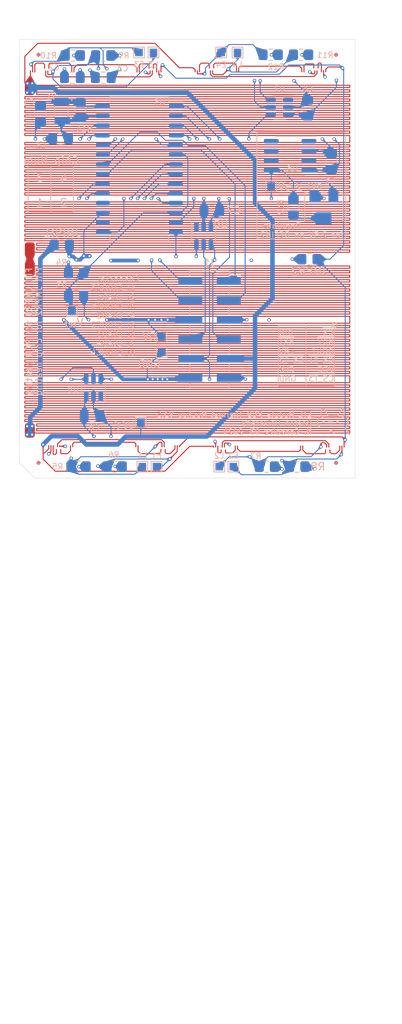
<source format=kicad_pcb>
(kicad_pcb (version 20221018) (generator pcbnew)
  (layers (0 "F.Cu" signal) (1 "In1.Cu" signal) (2 "In2.Cu" signal) (31 "B.Cu" signal) (34 "B.Paste" user) (35 "F.Paste" user) (36 "B.SilkS" user "B.Silkscreen") (37 "F.SilkS" user "F.Silkscreen") (38 "B.Mask" user) (39 "F.Mask" user) (44 "Edge.Cuts" user))
  (net 0 "")
  (net 1 "/VSS")
  (net 2 "+5V")
  (net 3 "/CS")
  (net 4 "/~{RESET}")
  (net 5 "/~{RDY}")
  (net 6 "VCC")
  (net 7 "/DOUT")
  (net 8 "/DIN")
  (net 9 "/CLK")
  (net 10 "GND")
  (net 11 "Net-(JMPR1-Pad1)")
  (net 12 "/V_{ref}")
  (net 13 "/LGAD1")
  (net 14 "/ETROC1")
  (net 15 "Net-(U5-XTAL1)")
  (net 16 "Net-(U5-XTAL2)")
  (net 17 "/CS_T1")
  (net 18 "/CS_T2")
  (net 19 "/CS_T3")
  (net 20 "Net-(U1-ETROC_BL-)")
  (net 21 "/2.5V")
  (net 22 "Net-(R13-Pad2)")
  (net 23 "Net-(U1-ETROC_TL-)")
  (net 24 "Net-(U1-LGAD_BL-)")
  (net 25 "Net-(U1-LGAD_TL-)")
  (net 26 "Net-(U1-LGAD_BR+)")
  (net 27 "Net-(U1-ETROC_BR+)")
  (net 28 "Net-(R1-Pad2)")
  (net 29 "Net-(U2-ETROC_BL-)")
  (net 30 "Net-(U2-ETROC_TL-)")
  (net 31 "Net-(U2-LGAD_BL-)")
  (net 32 "Net-(U2-LGAD_TL-)")
  (net 33 "Net-(U2-LGAD_BR+)")
  (net 34 "/LGAD2")
  (net 35 "/ETROC2")
  (net 36 "Net-(U2-ETROC_BR+)")
  (net 37 "Net-(U3-ETROC_BL-)")
  (net 38 "Net-(U3-ETROC_TL-)")
  (net 39 "Net-(U3-LGAD_BL-)")
  (net 40 "/LGAD3")
  (net 41 "/ETROC3")
  (net 42 "Net-(U3-LGAD_TL-)")
  (net 43 "Net-(U3-LGAD_BR+)")
  (net 44 "Net-(U3-ETROC_BR+)")
  (net 45 "Net-(U4-ETROC_BL-)")
  (net 46 "/LGAD4")
  (net 47 "/ETROC4")
  (net 48 "Net-(U4-ETROC_TL-)")
  (net 49 "Net-(U4-LGAD_BL-)")
  (net 50 "Net-(U4-LGAD_TL-)")
  (net 51 "Net-(U4-LGAD_BR+)")
  (net 52 "Net-(U4-ETROC_BR+)")
  (footprint "MountingHole:MountingHole_2.2mm_M2" (layer "F.Cu") (at 22.05 55.9)
    (fp_text reference "REF**" hide)
    (fp_text value "MountingHole_2.2mm_M2" hide)
  )
  (footprint "unl_silab:crossed_circle_fiducial" (layer "F.Cu") (at 41.6 2)
    (fp_text reference "REF**" hide)
    (fp_text value "crossed_circle_fiducial" hide)
  )
  (footprint "unl_silab:PCB_ETROC2_dummy" (layer "F.Cu") (at 32.813329 50.738127)
    (fp_text reference "U2" hide)
    (fp_text value "ETROC_dummy_thermal_sensors" hide)
  )
  (footprint "unl_silab:PCB_ETROC2_dummy" (layer "F.Cu") (at 32.92 6.8 180)
    (fp_text reference "U4" hide)
    (fp_text value "ETROC_dummy_thermal_sensors" hide)
  )
  (footprint "unl_silab:PCB_ETROC2_dummy" (layer "F.Cu") (at 11.27 6.83 180)
    (fp_text reference "U3" hide)
    (fp_text value "ETROC_dummy_thermal_sensors" hide)
  )
  (footprint "unl_silab:crossed_circle_fiducial" (layer "F.Cu") (at 2.5 55.5)
    (fp_text reference "REF**" hide)
    (fp_text value "crossed_circle_fiducial" hide)
  )
  (footprint "unl_silab:crossed_circle_fiducial" (layer "F.Cu") (at 41.6 55.5)
    (fp_text reference "REF**" hide)
    (fp_text value "crossed_circle_fiducial" hide)
  )
  (footprint "MountingHole:MountingHole_2.2mm_M2" (layer "F.Cu") (at 22.05 1.6)
    (fp_text reference "REF**" hide)
    (fp_text value "MountingHole_2.2mm_M2" hide)
  )
  (footprint "unl_silab:PCB_ETROC2_dummy" (layer "F.Cu") (at 11.168329 50.688127)
    (fp_text reference "U1" hide)
    (fp_text value "ETROC_dummy_thermal_sensors" hide)
  )
  (footprint "unl_silab:ETROC_Heater_Serpantine" (layer "F.Cu") (at 22.15 29.095)
    (fp_text reference "R2" hide)
    (fp_text value "12.6")
  )
  (footprint "unl_silab:crossed_circle_fiducial" (layer "F.Cu") (at 2.5 2)
    (fp_text reference "REF**" hide)
    (fp_text value "crossed_circle_fiducial" hide)
  )
  (footprint "unl_silab:ETROC_Heater_Serpantine" (layer "F.Cu") (at 22.15 5.395)
    (fp_text reference "R1" hide)
    (fp_text value "12.6")
  )
  (footprint "Package_SO:SOIC-8_3.9x4.9mm_P1.27mm" (layer "B.Cu") (at 35.56 15.24 180)
    (fp_text reference "U6")
    (fp_text value "AD780")
  )
  (footprint "Connector_PinHeader_2.54mm:PinHeader_2x06_P2.54mm_Vertical_SMD" (layer "B.Cu") (at 24.975 38.02 180)
    (fp_text reference "J1")
    (fp_text value "Conn_02x06_Counter_Clockwise")
  )
  (footprint "TestPoint:TestPoint_Pad_1.0x1.0mm" (layer "B.Cu") (at 18.7 39 180)
    (fp_text reference "5V")
    (fp_text value "TestPoint")
  )
  (footprint "TestPoint:TestPoint_Pad_1.0x1.0mm" (layer "B.Cu") (at 15.7 1.7 180)
    (fp_text reference "E3")
    (fp_text value "TestPoint")
  )
  (footprint "Package_TO_SOT_SMD:SOT-23-6" (layer "B.Cu") (at 34.16 8.88 180)
    (fp_text reference "U7")
    (fp_text value "TMP121")
  )
  (footprint "Capacitor_SMD:C_0805_2012Metric_Pad1.18x1.45mm_HandSolder" (layer "B.Cu") (at 9.53 49.34 180)
    (fp_text reference "C8")
    (fp_text value "0.1uF")
  )
  (footprint "TestPoint:TestPoint_Pad_1.0x1.0mm" (layer "B.Cu") (at 28.65 1.7 180)
    (fp_text reference "L4")
    (fp_text value "TestPoint")
  )
  (footprint "Resistor_SMD:R_0805_2012Metric_Pad1.20x1.40mm_HandSolder" (layer "B.Cu") (at 36 22 -90)
    (fp_text reference "R13")
    (fp_text value "1M")
  )
  (footprint "Resistor_SMD:R_0805_2012Metric_Pad1.20x1.40mm_HandSolder" (layer "B.Cu") (at 32.5 56 180)
    (fp_text reference "R7")
    (fp_text value "1k")
  )
  (footprint "Capacitor_SMD:C_0805_2012Metric_Pad1.18x1.45mm_HandSolder" (layer "B.Cu") (at 6.937829 5 180)
    (fp_text reference "C2")
    (fp_text value "0.1uF")
  )
  (footprint "Crystal:Crystal_SMD_3215-2Pin_3.2x1.5mm" (layer "B.Cu") (at 5.5 9.4 -90)
    (fp_text reference "Y1")
    (fp_text value "32kHz")
  )
  (footprint "Resistor_SMD:R_0805_2012Metric_Pad1.20x1.40mm_HandSolder" (layer "B.Cu") (at 11 2.1 180)
    (fp_text reference "R9")
    (fp_text value "1k")
  )
  (footprint "Capacitor_SMD:C_0805_2012Metric_Pad1.18x1.45mm_HandSolder" (layer "B.Cu") (at 11 5 180)
    (fp_text reference "C3")
    (fp_text value "10uF")
  )
  (footprint "Capacitor_SMD:C_0805_2012Metric_Pad1.18x1.45mm_HandSolder" (layer "B.Cu") (at 41 16 -90)
    (fp_text reference "C1")
    (fp_text value "1uF")
  )
  (footprint "TestPoint:TestPoint_Pad_1.0x1.0mm" (layer "B.Cu") (at 18.7 41 180)
    (fp_text reference "GND")
    (fp_text value "TestPoint")
  )
  (footprint "Resistor_SMD:R_0805_2012Metric_Pad1.20x1.40mm_HandSolder" (layer "B.Cu") (at 7.75 56 180)
    (fp_text reference "R5")
    (fp_text value "1k")
  )
  (footprint "Package_TO_SOT_SMD:SOT-23-6" (layer "B.Cu") (at 24.2 25.72 -90)
    (fp_text reference "U8")
    (fp_text value "TMP121")
  )
  (footprint "Capacitor_SMD:C_0805_2012Metric_Pad1.18x1.45mm_HandSolder" (layer "B.Cu") (at 37.87 9.01 -90)
    (fp_text reference "C6")
    (fp_text value "0.1uF")
  )
  (footprint "Resistor_SMD:R_0805_2012Metric_Pad1.20x1.40mm_HandSolder" (layer "B.Cu") (at 38.1 28.8)
    (fp_text reference "JMPR2")
    (fp_text value "0")
  )
  (footprint "Capacitor_SMD:C_0805_2012Metric_Pad1.18x1.45mm_HandSolder" (layer "B.Cu") (at 2.75 9.75 -90)
    (fp_text reference "C4")
    (fp_text value "33pF")
  )
  (footprint "TestPoint:TestPoint_Pad_1.0x1.0mm" (layer "B.Cu") (at 16.15 56 180)
    (fp_text reference "L1")
    (fp_text value "TestPoint")
  )
  (footprint "Resistor_SMD:R_0805_2012Metric_Pad1.20x1.40mm_HandSolder" (layer "B.Cu") (at 8 9.25 -90)
    (fp_text reference "R14")
    (fp_text value "1M")
  )
  (footprint "Resistor_SMD:R_0805_2012Metric_Pad1.20x1.40mm_HandSolder" (layer "B.Cu") (at 5.55 26.94)
    (fp_text reference "JMPR1")
    (fp_text value "0")
  )
  (footprint "Package_TO_SOT_SMD:SOT-23-6" (layer "B.Cu") (at 9.72 45.63 90)
    (fp_text reference "U9")
    (fp_text value "TMP121")
  )
  (footprint "TestPoint:TestPoint_Pad_1.0x1.0mm" (layer "B.Cu") (at 26.5 1.7 180)
    (fp_text reference "E4")
    (fp_text value "TestPoint")
  )
  (footprint "Resistor_SMD:R_0805_2012Metric_Pad1.20x1.40mm_HandSolder" (layer "B.Cu") (at 7.43 33.62 180)
    (fp_text reference "R3")
    (fp_text value "40k")
  )
  (footprint "TestPoint:TestPoint_Pad_1.0x1.0mm" (layer "B.Cu") (at 17.6 1.7 180)
    (fp_text reference "L3")
    (fp_text value "TestPoint")
  )
  (footprint "Resistor_SMD:R_0805_2012Metric_Pad1.20x1.40mm_HandSolder" (layer "B.Cu") (at 7 2.1 180)
    (fp_text reference "R10")
    (fp_text value "1k")
  )
  (footprint "TestPoint:TestPoint_Pad_1.0x1.0mm" (layer "B.Cu") (at 18 56 180)
    (fp_text reference "E1")
    (fp_text value "TestPoint")
  )
  (footprint "Resistor_SMD:R_0805_2012Metric_Pad1.20x1.40mm_HandSolder" (layer "B.Cu") (at 33 2 180)
    (fp_text reference "R12")
    (fp_text value "1k")
  )
  (footprint "Resistor_SMD:R_0805_2012Metric_Pad1.20x1.40mm_HandSolder" (layer "B.Cu") (at 12.5 56 180)
    (fp_text reference "R6")
    (fp_text value "1k")
  )
  (footprint "Resistor_SMD:R_0805_2012Metric_Pad1.20x1.40mm_HandSolder" (layer "B.Cu") (at 7.43 30.62 180)
    (fp_text reference "R4")
    (fp_text value "40k")
  )
  (footprint "Capacitor_SMD:C_0805_2012Metric_Pad1.18x1.45mm_HandSolder" (layer "B.Cu") (at 5.4 13.01 180)
    (fp_text reference "C5")
    (fp_text value "33pF")
  )
  (footprint "TestPoint:TestPoint_Pad_1.0x1.0mm" (layer "B.Cu") (at 26.25 56 180)
    (fp_text reference "L2")
    (fp_text value "TestPoint")
  )
  (footprint "Capacitor_SMD:C_0805_2012Metric_Pad1.18x1.45mm_HandSolder" (layer "B.Cu") (at 25.28 22.46)
    (fp_text reference "C7")
    (fp_text value "0.1uF")
  )
  (footprint "TestPoint:TestPoint_Pad_1.0x1.0mm" (layer "B.Cu") (at 33.06 19.22 180)
    (fp_text reference "2.5V")
    (fp_text value "TestPoint")
  )
  (footprint "TestPoint:TestPoint_Pad_1.0x1.0mm" (layer "B.Cu") (at 28.1 56 180)
    (fp_text reference "E2")
    (fp_text value "TestPoint")
  )
  (footprint "TestPoint:TestPoint_Pad_1.0x1.0mm" (layer "B.Cu") (at 15.94 50.17 180)
    (fp_text reference "VCC")
    (fp_text value "TestPoint")
  )
  (footprint "TestPoint:TestPoint_Pad_1.0x1.0mm" (layer "B.Cu") (at 6.88 35.62 180)
    (fp_text reference "V_{ref}")
    (fp_text value "TestPoint")
  )
  (footprint "Package_SO:SOIC-28W_7.5x18.7mm_P1.27mm" (layer "B.Cu") (at 15.75 17 180)
    (fp_text reference "U5")
    (fp_text value "AD77x8")
  )
  (footprint "Potentiometer_SMD:Potentiometer_Bourns_3224W_Vertical" (layer "B.Cu") (at 40 22 180)
    (fp_text reference "RV1")
    (fp_text value "25k")
  )
  (footprint "Resistor_SMD:R_0805_2012Metric_Pad1.20x1.40mm_HandSolder" (layer "B.Cu") (at 37 2 180)
    (fp_text reference "R11")
    (fp_text value "1k")
  )
  (footprint "Resistor_SMD:R_0805_2012Metric_Pad1.20x1.40mm_HandSolder" (layer "B.Cu") (at 36.5 56 180)
    (fp_text reference "R8")
    (fp_text value "1k")
  )
  (gr_line (start 4.105 16.63) (end 4.105 22.63) (stroke (width 0.12)) (layer "B.SilkS"))
  (gr_rect (start 34.01 37.455) (end 41.38 45.445) (stroke (width 0.12)) (fill none) (layer "B.SilkS"))
  (gr_rect (start 31.2 12.15) (end 42.85 26.15) (stroke (width 0.12)) (fill none) (layer "B.SilkS"))
  (gr_line (start 37.65 37.465) (end 37.65 45.455) (stroke (width 0.12)) (layer "B.SilkS"))
  (gr_line (start 1.13 19.63) (end 7.08 19.63) (stroke (width 0.12)) (layer "B.SilkS"))
  (gr_circle (center 41.38 37.455) (end 41.63 37.205) (stroke (width 0.12)) (fill none) (layer "B.SilkS"))
  (gr_rect (start 1.13 16.63) (end 7.08 22.63) (stroke (width 0.12)) (fill none) (layer "B.SilkS"))
  (gr_line (start 0 0) (end 0 55.5) (stroke (width 0.05)) (layer "Edge.Cuts"))
  (gr_line (start 2 57.5) (end 0 55.5) (stroke (width 0.05)) (layer "Edge.Cuts"))
  (gr_line (start 44.1 57.5) (end 2 57.5) (stroke (width 0.05)) (layer "Edge.Cuts"))
  (gr_line (start 0 0) (end 44.1 0) (stroke (width 0.05)) (layer "Edge.Cuts"))
  (gr_line (start 44.1 0) (end 44.1 57.5) (stroke (width 0.05)) (layer "Edge.Cuts"))
  (gr_text "1" (at 2.63 21.38) (layer "B.SilkS") (effects (font (size 1 1)) (justify mirror)))
  (gr_text "~{CS}\n~{RDY}\nDOUT\n~{CS_T1}\nVCC\n~{CS_T3}  " (at 41.38 41.45) (layer "B.SilkS") (effects (font (size 0.75 0.75) (thickness 0.1125)) (justify left mirror)))
  (gr_text "3" (at 2.63 18.13) (layer "B.SilkS") (effects (font (size 1 1)) (justify mirror)))
  (gr_text "Fill JMPR1 for PCB heating\nFill JMPR2 for chip heating" (at 1.89 38.29 90) (layer "B.SilkS") (effects (font (size 0.8 0.8)) (justify mirror)))
  (gr_text "Channels:\n 1: ETROC3\n 2: LGAD1\n 3: ETROC1\n 4: LGAD2\n 5: ETROC2\n 6: LGAD3\n 7: LGAD4\n 8: ETROC4" (at 15.87 36.18) (layer "B.SilkS") (effects (font (size 0.75 0.75) (thickness 0.1125)) (justify left mirror)))
  (gr_text "DIN\n~{RST}\n+5V\n~{CS_T2}\nCLK\nGND" (at 34.01 41.45) (layer "B.SilkS") (effects (font (size 0.75 0.75) (thickness 0.1125)) (justify right mirror)))
  (gr_text "         Populate\nfor 2.5V on REFIN2" (at 37.1 25.01) (layer "B.SilkS") (effects (font (size 0.75 0.75) (thickness 0.1125)) (justify mirror)))
  (gr_text "2" (at 5.78 21.38) (layer "B.SilkS") (effects (font (size 1 1)) (justify mirror)))
  (gr_text "Chip Num" (at 4.155 15.85) (layer "B.SilkS") (effects (font (size 1 1)) (justify mirror)))
  (gr_text "ETL Module PCB Thermal Mockup V3.5\nBoston University\nN. Gonzalez 03-2024" (at 38.53 50.29) (layer "B.SilkS") (effects (font (size 0.7 0.7)) (justify left mirror)))
  (gr_text "4" (at 5.83 18.13) (layer "B.SilkS") (effects (font (size 1 1)) (justify mirror)))
  (gr_text "     (\\__/)\n     ( •-•)\n  /  >" (at 42.58 50.09) (layer "B.SilkS") (effects (font (size 0.75 0.75) (thickness 0.15) bold) (justify mirror)))
  (segment (start 18.79 3.32) (end 18.79 3.26) (width 0.127) (layer "F.Cu") (net 1))
  (segment (start 21.003671 53.331873) (end 22.235544 52.1) (width 0.127) (layer "F.Cu") (net 1))
  (segment (start 18.591329 4.168127) (end 18.591329 3.458671) (width 0.127) (layer "F.Cu") (net 1))
  (segment (start 42.4 52.1) (end 42.8 52.5) (width 0.127) (layer "F.Cu") (net 1))
  (segment (start 42.653671 52.646329) (end 42.8 52.5) (width 0.127) (layer "F.Cu") (net 1))
  (segment (start 42.3 3.6) (end 42.45 3.75) (width 0.127) (layer "F.Cu") (net 1))
  (segment (start 42.653671 53.331873) (end 42.653671 52.646329) (width 0.127) (layer "F.Cu") (net 1))
  (segment (start 22.235544 52.1) (end 42.4 52.1) (width 0.127) (layer "F.Cu") (net 1))
  (segment (start 18.591329 3.458671) (end 18.73 3.32) (width 0.127) (layer "F.Cu") (net 1))
  (segment (start 40.241329 4.168127) (end 40.241329 3.908671) (width 0.127) (layer "F.Cu") (net 1))
  (segment (start 18.73 3.32) (end 18.79 3.32) (width 0.127) (layer "F.Cu") (net 1))
  (segment (start 40.55 3.6) (end 42.3 3.6) (width 0.127) (layer "F.Cu") (net 1))
  (segment (start 18.79 3.26) (end 18.75 3.3) (width 0.127) (layer "F.Cu") (net 1))
  (segment (start 40.241329 3.908671) (end 40.55 3.6) (width 0.127) (layer "F.Cu") (net 1))
  (via (at 18.79 3.32) (size 0.4573) (drill 0.254) (layers "F.Cu" "B.Cu") (net 1))
  (via (at 42.8 52.5) (size 0.4573) (drill 0.254) (layers "F.Cu" "B.Cu") (net 1))
  (via (at 42.45 3.75) (size 0.4573) (drill 0.254) (layers "F.Cu" "B.Cu") (net 1))
  (segment (start 40.8 28.8) (end 39.1 28.8) (width 0.127) (layer "B.Cu") (net 1))
  (segment (start 42.45 3.75) (end 42.6 3.9) (width 0.127) (layer "B.Cu") (net 1))
  (segment (start 42.45 3.75) (end 42.05 3.35) (width 0.127) (layer "B.Cu") (net 1))
  (segment (start 20.55 5.08) (end 18.79 3.32) (width 0.127) (layer "B.Cu") (net 1))
  (segment (start 42.6 3.9) (end 42.6 27) (width 0.127) (layer "B.Cu") (net 1))
  (segment (start 42.05 3.35) (end 35.35 3.35) (width 0.127) (layer "B.Cu") (net 1))
  (segment (start 27.178 5.08) (end 20.55 5.08) (width 0.127) (layer "B.Cu") (net 1))
  (segment (start 35.35 3.35) (end 34.128 4.572) (width 0.127) (layer "B.Cu") (net 1))
  (segment (start 27.686 4.572) (end 27.178 5.08) (width 0.127) (layer "B.Cu") (net 1))
  (segment (start 42.6 27) (end 40.8 28.8) (width 0.127) (layer "B.Cu") (net 1))
  (segment (start 42.8 32.5) (end 39.1 28.8) (width 0.127) (layer "B.Cu") (net 1))
  (segment (start 34.128 4.572) (end 27.686 4.572) (width 0.127) (layer "B.Cu") (net 1))
  (segment (start 42.8 52.5) (end 42.8 32.5) (width 0.127) (layer "B.Cu") (net 1))
  (via (at 13.19 2.1) (size 0.4573) (drill 0.254) (layers "F.Cu" "B.Cu") (net 2))
  (via (at 18.64 36.75) (size 0.4573) (drill 0.254) (layers "F.Cu" "B.Cu") (net 2))
  (via (at 37.13 2) (size 0.4573) (drill 0.254) (layers "F.Cu" "B.Cu") (net 2))
  (via (at 15.57 28.97) (size 0.4573) (drill 0.254) (layers "F.Cu" "B.Cu") (net 2))
  (via (at 26.18 20.85) (size 0.4573) (drill 0.254) (layers "F.Cu" "B.Cu") (net 2))
  (via (at 13.15 3.88) (size 0.4573) (drill 0.254) (layers "F.Cu" "B.Cu") (net 2))
  (via (at 12.56 55.97) (size 0.4573) (drill 0.254) (layers "F.Cu" "B.Cu") (net 2))
  (via (at 7.97 3.97) (size 0.4573) (drill 0.254) (layers "F.Cu" "B.Cu") (net 2))
  (via (at 16.96 36.75) (size 0.4573) (drill 0.254) (layers "F.Cu" "B.Cu") (net 2))
  (via (at 17.82 36.74) (size 0.4573) (drill 0.254) (layers "F.Cu" "B.Cu") (net 2))
  (via (at 41.65 5.34) (size 0.4573) (drill 0.254) (layers "F.Cu" "B.Cu") (net 2))
  (via (at 9.8 52.04) (size 0.4573) (drill 0.254) (layers "F.Cu" "B.Cu") (net 2))
  (via (at 7.965 13.055) (size 0.4573) (drill 0.254) (layers "F.Cu" "B.Cu") (net 2))
  (via (at 38.8 56.3) (size 0.4573) (drill 0.254) (layers "F.Cu" "B.Cu") (net 2))
  (via (at 9.07 36.74) (size 0.4573) (drill 0.254) (layers "F.Cu" "B.Cu") (net 2))
  (via (at 11.47 36.75) (size 0.4573) (drill 0.254) (layers "F.Cu" "B.Cu") (net 2))
  (via (at 7.8 56) (size 0.4573) (drill 0.254) (layers "F.Cu" "B.Cu") (net 2))
  (via (at 19.46 36.74) (size 0.4573) (drill 0.254) (layers "F.Cu" "B.Cu") (net 2))
  (via (at 7.13 2.09) (size 0.4573) (drill 0.254) (layers "F.Cu" "B.Cu") (net 2))
  (via (at 23.34 13.04) (size 0.4573) (drill 0.254) (layers "F.Cu" "B.Cu") (net 2))
  (via (at 34.5 56.3) (size 0.4573) (drill 0.254) (layers "F.Cu" "B.Cu") (net 2))
  (via (at 12.01 28.98) (size 0.4573) (drill 0.254) (layers "F.Cu" "B.Cu") (net 2))
  (via (at 39.8 13.05) (size 0.4573) (drill 0.254) (layers "F.Cu" "B.Cu") (net 2))
  (via (at 33.11 2.01) (size 0.4573) (drill 0.254) (layers "F.Cu" "B.Cu") (net 2))
  (segment (start 37.5 56) (end 37.8 56.3) (width 0.127) (layer "B.Cu") (net 2))
  (segment (start 20.55 11.285) (end 21.585 11.285) (width 0.127) (layer "B.Cu") (net 2))
  (segment (start 41 14.9625) (end 41 14.25) (width 0.127) (layer "B.Cu") (net 2))
  (segment (start 19.49 36.75) (end 19.46 36.72) (width 0.127) (layer "B.Cu") (net 2))
  (segment (start 8.4925 49.34) (end 8.57 49.2625) (width 0.127) (layer "B.Cu") (net 2))
  (segment (start 33.5 56) (end 34.2 56) (width 0.127) (layer "B.Cu") (net 2))
  (segment (start 26.18 22.3225) (end 26.3175 22.46) (width 0.127) (layer "B.Cu") (net 2))
  (segment (start 12.01 28.98) (end 15.56 28.98) (width 0.5) (layer "B.Cu") (net 2))
  (segment (start 35.2975 9.83) (end 37.6525 9.83) (width 0.127) (layer "B.Cu") (net 2))
  (segment (start 25.15 23.6275) (end 26.3175 22.46) (width 0.127) (layer "B.Cu") (net 2))
  (segment (start 8.51 33.7) (end 8.51 36.21) (width 0.127) (layer "B.Cu") (net 2))
  (segment (start 37.6525 9.83) (end 37.87 10.0475) (width 0.127) (layer "B.Cu") (net 2))
  (segment (start 12 2.1) (end 13.19 2.1) (width 0.127) (layer "B.Cu") (net 2))
  (segment (start 7.14 2.1) (end 7.13 2.09) (width 0.127) (layer "B.Cu") (net 2))
  (segment (start 26.18 20.85) (end 26.18 22.3225) (width 0.127) (layer "B.Cu") (net 2))
  (segment (start 18.64 36.75) (end 17.83 36.75) (width 0.5) (layer "B.Cu") (net 2))
  (segment (start 15.56 28.98) (end 15.57 28.97) (width 0.5) (layer "B.Cu") (net 2))
  (segment (start 25.15 24.5825) (end 25.15 23.6275) (width 0.127) (layer "B.Cu") (net 2))
  (segment (start 10.95 11.285) (end 9.735 11.285) (width 0.127) (layer "B.Cu") (net 2))
  (segment (start 33.12 2) (end 33.11 2.01) (width 0.127) (layer "B.Cu") (net 2))
  (segment (start 17.83 36.75) (end 17.82 36.74) (width 0.127) (layer "B.Cu") (net 2))
  (segment (start 16.97 36.74) (end 16.96 36.75) (width 0.127) (layer "B.Cu") (net 2))
  (segment (start 34 2) (end 33.12 2) (width 0.127) (layer "B.Cu") (net 2))
  (segment (start 16.96 36.75) (end 16.96 37.26) (width 0.127) (layer "B.Cu") (net 2))
  (segment (start 8.4925 50.7125) (end 9.8 52.02) (width 0.127) (layer "B.Cu") (net 2))
  (segment (start 37.87 10.0475) (end 41.65 6.2675) (width 0.127) (layer "B.Cu") (net 2))
  (segment (start 22.45 36.75) (end 19.49 36.75) (width 0.6) (layer "B.Cu") (net 2))
  (segment (start 38.035 14.605) (end 40.6425 14.605) (width 0.127) (layer "B.Cu") (net 2))
  (segment (start 7.975329 3.975329) (end 7.97 3.97) (width 0.127) (layer "B.Cu") (net 2))
  (segment (start 12.0375 4.9925) (end 13.15 3.88) (width 0.127) (layer "B.Cu") (net 2))
  (segment (start 19.46 36.74) (end 18.65 36.74) (width 0.5) (layer "B.Cu") (net 2))
  (segment (start 16.96 37.26) (end 18.7 39) (width 0.127) (layer "B.Cu") (net 2))
  (segment (start 41.65 6.2675) (end 41.65 5.34) (width 0.127) (layer "B.Cu") (net 2))
  (segment (start 21.585 11.285) (end 23.34 13.04) (width 0.127) (layer "B.Cu") (net 2))
  (segment (start 15.46 28.86) (end 15.57 28.97) (width 0.127) (layer "B.Cu") (net 2))
  (segment (start 8.75 56) (end 7.8 56) (width 0.127) (layer "B.Cu") (net 2))
  (segment (start 34.2 56) (end 34.5 56.3) (width 0.127) (layer "B.Cu") (net 2))
  (segment (start 9.735 11.285) (end 7.95 13.07) (width 0.127) (layer "B.Cu") (net 2))
  (segment (start 8.57 49.2625) (end 8.57 46.9675) (width 0.127) (layer "B.Cu") (net 2))
  (segment (start 8.51 36.21) (end 9.05 36.75) (width 0.127) (layer "B.Cu") (net 2))
  (segment (start 8.4925 49.34) (end 8.4925 50.7125) (width 0.127) (layer "B.Cu") (net 2))
  (segment (start 38 2) (end 37.13 2) (width 0.127) (layer "B.Cu") (net 2))
  (segment (start 41 14.25) (end 39.8 13.05) (width 0.127) (layer "B.Cu") (net 2))
  (segment (start 12.0375 5) (end 12.0375 4.9925) (width 0.127) (layer "B.Cu") (net 2))
  (segment (start 37.8 56.3) (end 38.8 56.3) (width 0.127) (layer "B.Cu") (net 2))
  (segment (start 16.96 36.75) (end 11.47 36.75) (width 0.5) (layer "B.Cu") (net 2))
  (segment (start 8.43 33.62) (end 8.51 33.7) (width 0.127) (layer "B.Cu") (net 2))
  (segment (start 17.82 36.74) (end 16.97 36.74) (width 0.5) (layer "B.Cu") (net 2))
  (segment (start 40.6425 14.605) (end 41 14.9625) (width 0.127) (layer "B.Cu") (net 2))
  (segment (start 8 2.1) (end 7.14 2.1) (width 0.127) (layer "B.Cu") (net 2))
  (segment (start 12.59 56) (end 12.56 55.97) (width 0.127) (layer "B.Cu") (net 2))
  (segment (start 18.65 36.74) (end 18.64 36.75) (width 0.127) (layer "B.Cu") (net 2))
  (segment (start 13.5 56) (end 12.59 56) (width 0.127) (layer "B.Cu") (net 2))
  (segment (start 7.975329 5) (end 7.975329 3.975329) (width 0.127) (layer "B.Cu") (net 2))
  (segment (start 8.57 46.9675) (end 8.77 46.7675) (width 0.127) (layer "B.Cu") (net 2))
  (segment (start 28.33 18.95) (end 23.86 14.48) (width 0.127) (layer "B.Cu") (net 3))
  (segment (start 28.33 30.87) (end 28.33 18.95) (width 0.127) (layer "B.Cu") (net 3))
  (segment (start 14.74 14.48) (end 11.585 17.635) (width 0.127) (layer "B.Cu") (net 3))
  (segment (start 11.585 17.635) (end 10.95 17.635) (width 0.127) (layer "B.Cu") (net 3))
  (segment (start 27.5 31.67) (end 27.53 31.67) (width 0.127) (layer "B.Cu") (net 3))
  (segment (start 27.53 31.67) (end 28.33 30.87) (width 0.127) (layer "B.Cu") (net 3))
  (segment (start 23.86 14.48) (end 14.74 14.48) (width 0.127) (layer "B.Cu") (net 3))
  (via (at 17.35 28.92) (size 0.4573) (drill 0.254) (layers "F.Cu" "B.Cu") (net 4))
  (via (at 8.85 20.84) (size 0.4573) (drill 0.254) (layers "F.Cu" "B.Cu") (net 4))
  (segment (start 17.35 28.92) (end 17.35 30.304) (width 0.127) (layer "B.Cu") (net 4))
  (segment (start 9.515 20.175) (end 8.83 20.86) (width 0.127) (layer "B.Cu") (net 4))
  (segment (start 10.95 20.175) (end 9.515 20.175) (width 0.127) (layer "B.Cu") (net 4))
  (segment (start 17.35 30.304) (end 21.256 34.21) (width 0.127) (layer "B.Cu") (net 4))
  (segment (start 21.256 34.21) (end 22.45 34.21) (width 0.127) (layer "B.Cu") (net 4))
  (segment (start 28.67 34.21) (end 27.5 34.21) (width 0.127) (layer "B.Cu") (net 5))
  (segment (start 29.65 33.17) (end 29.68 33.2) (width 0.127) (layer "B.Cu") (net 5))
  (segment (start 18.07 12.12) (end 19.17 13.22) (width 0.127) (layer "B.Cu") (net 5))
  (segment (start 29.65 19.16) (end 29.65 33.17) (width 0.127) (layer "B.Cu") (net 5))
  (segment (start 22.19 13.94) (end 24.43 13.94) (width 0.127) (layer "B.Cu") (net 5))
  (segment (start 15.84 12.12) (end 18.07 12.12) (width 0.127) (layer "B.Cu") (net 5))
  (segment (start 10.95 16.365) (end 11.595 16.365) (width 0.127) (layer "B.Cu") (net 5))
  (segment (start 24.43 13.94) (end 29.65 19.16) (width 0.127) (layer "B.Cu") (net 5))
  (segment (start 21.47 13.22) (end 22.19 13.94) (width 0.127) (layer "B.Cu") (net 5))
  (segment (start 11.595 16.365) (end 15.84 12.12) (width 0.127) (layer "B.Cu") (net 5))
  (segment (start 29.68 33.2) (end 28.67 34.21) (width 0.127) (layer "B.Cu") (net 5))
  (segment (start 19.17 13.22) (end 21.47 13.22) (width 0.127) (layer "B.Cu") (net 5))
  (segment (start 3.843671 53.331873) (end 3.843671 53.656329) (width 0.127) (layer "F.Cu") (net 6))
  (segment (start 17.8 0.5) (end 2.4 0.5) (width 0.127) (layer "F.Cu") (net 6))
  (segment (start 3.843671 53.656329) (end 3.3 54.2) (width 0.127) (layer "F.Cu") (net 6))
  (segment (start 0.6975 5.695) (end 0.85 5.8475) (width 0.127) (layer "F.Cu") (net 6))
  (segment (start 22.8 3.7) (end 21 3.7) (width 0.127) (layer "F.Cu") (net 6))
  (segment (start 1.431329 6.018671) (end 1.431329 6.263671) (width 0.127) (layer "F.Cu") (net 6))
  (segment (start 1.431329 4.168127) (end 1.431329 6.018671) (width 0.127) (layer "F.Cu") (net 6))
  (segment (start 19.1 56.6) (end 4.69 56.6) (width 0.127) (layer "F.Cu") (net 6))
  (segment (start 22.368127 53.331873) (end 19.1 56.6) (width 0.127) (layer "F.Cu") (net 6))
  (segment (start 0.7 2.2) (end 0.7 5.695) (width 0.127) (layer "F.Cu") (net 6))
  (segment (start 21 3.7) (end 17.8 0.5) (width 0.127) (layer "F.Cu") (net 6))
  (segment (start 3.1 54.2) (end 3.1 53.1) (width 0.127) (layer "F.Cu") (net 6))
  (segment (start 25.493671 53.331873) (end 22.368127 53.331873) (width 0.127) (layer "F.Cu") (net 6))
  (segment (start 3.3 54.2) (end 3.1 54.2) (width 0.127) (layer "F.Cu") (net 6))
  (segment (start 23.081329 4.168127) (end 23.081329 3.981329) (width 0.127) (layer "F.Cu") (net 6))
  (segment (start 1.431329 6.263671) (end 1.35 6.345) (width 0.127) (layer "F.Cu") (net 6))
  (segment (start 3.1 55.01) (end 3.1 54.2) (width 0.127) (layer "F.Cu") (net 6))
  (segment (start 2.4 0.5) (end 0.7 2.2) (width 0.127) (layer "F.Cu") (net 6))
  (segment (start 23.081329 3.981329) (end 22.8 3.7) (width 0.127) (layer "F.Cu") (net 6))
  (segment (start 4.69 56.6) (end 3.1 55.01) (width 0.127) (layer "F.Cu") (net 6))
  (via (at 3.1 53.1) (size 0.4573) (drill 0.254) (layers "F.Cu" "B.Cu") (net 6))
  (via (at 1.037329 5.752873) (size 0.4573) (drill 0.254) (layers "F.Cu" "B.Cu") (net 6))
  (via (at 1.682329 5.752873) (size 0.4573) (drill 0.254) (layers "F.Cu" "B.Cu") (net 6))
  (via (at 1 6.95) (size 0.4573) (drill 0.254) (layers "F.Cu" "B.Cu") (net 6))
  (via (at 1.7 6.95) (size 0.4573) (drill 0.254) (layers "F.Cu" "B.Cu") (net 6))
  (segment (start 24.625 52.045) (end 22.445 52.045) (width 0.6) (layer "B.Cu") (net 6))
  (segment (start 1.037329 5.752873) (end 1.037329 5.777329) (width 0.127) (layer "B.Cu") (net 6))
  (segment (start 5.15 7) (end 22.12 7) (width 0.6) (layer "B.Cu") (net 6))
  (segment (start 31.02 21.49) (end 33.24 23.71) (width 0.6) (layer "B.Cu") (net 6))
  (segment (start 33.24 33.95) (end 30.95 36.24) (width 0.6) (layer "B.Cu") (net 6))
  (segment (start 8.77 53.09) (end 7.69 52.01) (width 0.6) (layer "B.Cu") (net 6))
  (segment (start 33.24 23.71) (end 33.24 33.95) (width 0.6) (layer "B.Cu") (net 6))
  (segment (start 2.274456 6.375544) (end 1.7 6.95) (width 0.6) (layer "B.Cu") (net 6))
  (segment (start 15.94 50.17) (end 15.94 52.04) (width 0.127) (layer "B.Cu") (net 6))
  (segment (start 1.605 6.345) (end 2.274456 6.345) (width 0.6) (layer "B.Cu") (net 6))
  (segment (start 30.95 36.24) (end 30.95 36.72) (width 0.6) (layer "B.Cu") (net 6))
  (segment (start 30.95 21.49) (end 31.02 21.49) (width 0.6) (layer "B.Cu") (net 6))
  (segment (start 27.5 41.83) (end 30.88 41.83) (width 0.6) (layer "B.Cu") (net 6))
  (segment (start 15.93 52.05) (end 13.95 52.05) (width 0.6) (layer "B.Cu") (net 6))
  (segment (start 15.94 52.04) (end 15.93 52.05) (width 0.127) (layer "B.Cu") (net 6))
  (segment (start 4.495 6.345) (end 5.15 7) (width 0.6) (layer "B.Cu") (net 6))
  (segment (start 22.12 7) (end 30.95 15.83) (width 0.6) (layer "B.Cu") (net 6))
  (segment (start 30.95 15.83) (end 30.95 21.49) (width 0.6) (layer "B.Cu") (net 6))
  (segment (start 22.44 52.05) (end 15.93 52.05) (width 0.6) (layer "B.Cu") (net 6))
  (segment (start 30.95 45.72) (end 24.625 52.045) (width 0.6) (layer "B.Cu") (net 6))
  (segment (start 30.95 41.76) (end 30.95 45.72) (width 0.6) (layer "B.Cu") (net 6))
  (segment (start 1 6.95) (end 1.605 6.345) (width 0.6) (layer "B.Cu") (net 6))
  (segment (start 22.445 52.045) (end 22.44 52.05) (width 0.6) (layer "B.Cu") (net 6))
  (segment (start 30.95 36.72) (end 30.95 41.76) (width 0.6) (layer "B.Cu") (net 6))
  (segment (start 13.95 52.05) (end 12.91 53.09) (width 0.6) (layer "B.Cu") (net 6))
  (segment (start 2.274456 6.345) (end 1.682329 5.752873) (width 0.6) (layer "B.Cu") (net 6))
  (segment (start 7.69 52.01) (end 4.19 52.01) (width 0.6) (layer "B.Cu") (net 6))
  (segment (start 2.274456 6.345) (end 4.495 6.345) (width 0.6) (layer "B.Cu") (net 6))
  (segment (start 12.91 53.09) (end 8.77 53.09) (width 0.6) (layer "B.Cu") (net 6))
  (segment (start 1.037329 5.777329) (end 1.605 6.345) (width 0.6) (layer "B.Cu") (net 6))
  (segment (start 4.19 52.01) (end 3.1 53.1) (width 0.6) (layer "B.Cu") (net 6))
  (segment (start 2.274456 6.345) (end 2.274456 6.375544) (width 0.127) (layer "B.Cu") (net 6))
  (via (at 29.86 36.74) (size 0.4573) (drill 0.254) (layers "F.Cu" "B.Cu") (net 7))
  (via (at 12.07 44.55) (size 0.4573) (drill 0.254) (layers "F.Cu" "B.Cu") (net 7))
  (via (at 31.62 5.4) (size 0.4573) (drill 0.254) (layers "F.Cu" "B.Cu") (net 7))
  (via (at 30.48 28.95) (size 0.4573) (drill 0.254) (layers "F.Cu" "B.Cu") (net 7))
  (via (at 13.57 13.07) (size 0.4573) (drill 0.254) (layers "F.Cu" "B.Cu") (net 7))
  (via (at 23.24 28.43) (size 0.4573) (drill 0.254) (layers "F.Cu" "B.Cu") (net 7))
  (segment (start 12.07 44.55) (end 12.0125 44.4925) (width 0.127) (layer "B.Cu") (net 7))
  (segment (start 12.0125 44.4925) (end 10.67 44.4925) (width 0.127) (layer "B.Cu") (net 7))
  (segment (start 13.57 13.07) (end 13.51 13.13) (width 0.127) (layer "B.Cu") (net 7))
  (segment (start 23.25 28.42) (end 23.24 28.43) (width 0.127) (layer "B.Cu") (net 7))
  (segment (start 29.85 36.75) (end 29.86 36.74) (width 0.127) (layer "B.Cu") (net 7))
  (segment (start 11.545 15.095) (end 10.95 15.095) (width 0.127) (layer "B.Cu") (net 7))
  (segment (start 31.62 6.92) (end 32.63 7.93) (width 0.127) (layer "B.Cu") (net 7))
  (segment (start 27.5 36.75) (end 29.85 36.75) (width 0.127) (layer "B.Cu") (net 7))
  (segment (start 13.51 13.13) (end 11.545 15.095) (width 0.127) (layer "B.Cu") (net 7))
  (segment (start 23.25 26.8575) (end 23.25 28.42) (width 0.127) (layer "B.Cu") (net 7))
  (segment (start 32.63 7.93) (end 33.0225 7.93) (width 0.127) (layer "B.Cu") (net 7))
  (segment (start 31.62 5.4) (end 31.62 6.92) (width 0.127) (layer "B.Cu") (net 7))
  (segment (start 13.51 13.12) (end 13.57 13.07) (width 0.127) (layer "B.Cu") (net 7))
  (via (at 18.42 28.92) (size 0.4573) (drill 0.254) (layers "F.Cu" "B.Cu") (net 8))
  (via (at 12.59 13.04) (size 0.4573) (drill 0.254) (layers "F.Cu" "B.Cu") (net 8))
  (segment (start 11.805 13.825) (end 12.59 13.04) (width 0.127) (layer "B.Cu") (net 8))
  (segment (start 18.42 28.92) (end 21.17 31.67) (width 0.127) (layer "B.Cu") (net 8))
  (segment (start 10.95 13.825) (end 11.805 13.825) (width 0.127) (layer "B.Cu") (net 8))
  (segment (start 21.17 31.67) (end 22.45 31.67) (width 0.127) (layer "B.Cu") (net 8))
  (via (at 32.79 36.76) (size 0.4573) (drill 0.254) (layers "F.Cu" "B.Cu") (net 9))
  (via (at 25.64 28.91) (size 0.4573) (drill 0.254) (layers "F.Cu" "B.Cu") (net 9))
  (via (at 7.81 20.84) (size 0.4573) (drill 0.254) (layers "F.Cu" "B.Cu") (net 9))
  (via (at 6.79 44.55) (size 0.4573) (drill 0.254) (layers "F.Cu" "B.Cu") (net 9))
  (via (at 30.15 13.04) (size 0.4573) (drill 0.254) (layers "F.Cu" "B.Cu") (net 9))
  (via (at 24.97 44.56) (size 0.4573) (drill 0.254) (layers "F.Cu" "B.Cu") (net 9))
  (segment (start 6.79 44.55) (end 8.7125 44.55) (width 0.127) (layer "B.Cu") (net 9))
  (segment (start 8.7125 44.55) (end 8.77 44.4925) (width 0.127) (layer "B.Cu") (net 9))
  (segment (start 32.588 9.83) (end 33.0225 9.83) (width 0.127) (layer "B.Cu") (net 9))
  (segment (start 24.97 41.36) (end 24.97 41.35) (width 0.127) (layer "B.Cu") (net 9))
  (segment (start 22.45 41.83) (end 23.54 41.83) (width 0.2) (layer "B.Cu") (net 9))
  (segment (start 30.15 12.268) (end 32.588 9.83) (width 0.127) (layer "B.Cu") (net 9))
  (segment (start 24.5 41.83) (end 24.97 41.36) (width 0.127) (layer "B.Cu") (net 9))
  (segment (start 24.97 29.58) (end 25.64 28.91) (width 0.127) (layer "B.Cu") (net 9))
  (segment (start 25.64 27.67) (end 25.64 28.91) (width 0.127) (layer "B.Cu") (net 9))
  (segment (start 24.97 41.35) (end 24.97 29.58) (width 0.127) (layer "B.Cu") (net 9))
  (segment (start 9.725 18.905) (end 7.82 20.81) (width 0.127) (layer "B.Cu") (net 9))
  (segment (start 25.15 26.8575) (end 25.39 27.0975) (width 0.127) (layer "B.Cu") (net 9))
  (segment (start 10.95 18.905) (end 9.725 18.905) (width 0.127) (layer "B.Cu") (net 9))
  (segment (start 24.97 43.29) (end 24.97 44.56) (width 0.127) (layer "B.Cu") (net 9))
  (segment (start 22.45 41.83) (end 24.5 41.83) (width 0.127) (layer "B.Cu") (net 9))
  (segment (start 30.15 13.04) (end 30.15 12.268) (width 0.127) (layer "B.Cu") (net 9))
  (segment (start 24.97 42.3) (end 24.97 43.29) (width 0.127) (layer "B.Cu") (net 9))
  (segment (start 24.5 41.83) (end 24.97 42.3) (width 0.127) (layer "B.Cu") (net 9))
  (segment (start 25.39 27.42) (end 25.64 27.67) (width 0.127) (layer "B.Cu") (net 9))
  (segment (start 25.39 27.0975) (end 25.39 27.42) (width 0.127) (layer "B.Cu") (net 9))
  (segment (start 17.161329 4.5) (end 16.75 4.5) (width 0.127) (layer "F.Cu") (net 10))
  (segment (start 27.4 52.9) (end 27.6 53.1) (width 0.127) (layer "F.Cu") (net 10))
  (segment (start 6.02 53.33) (end 5.275544 53.33) (width 0.127) (layer "F.Cu") (net 10))
  (segment (start 25.779671 53.331873) (end 25.779671 52.779671) (width 0.127) (layer "F.Cu") (net 10))
  (segment (start 26.923671 53.331873) (end 26.923671 52.976329) (width 0.127) (layer "F.Cu") (net 10))
  (segment (start 26.923671 52.976329) (end 27 52.9) (width 0.127) (layer "F.Cu") (net 10))
  (segment (start 18.305329 4.168127) (end 18.305329 4.605329) (width 0.127) (layer "F.Cu") (net 10))
  (segment (start 17.161329 4.168127) (end 17.161329 4.5) (width 0.127) (layer "F.Cu") (net 10))
  (segment (start 39.955329 4.705329) (end 40.15 4.9) (width 0.127) (layer "F.Cu") (net 10))
  (segment (start 39.955329 4.168127) (end 39.955329 4.705329) (width 0.127) (layer "F.Cu") (net 10))
  (segment (start 4.129671 53.331873) (end 4.129671 54.030329) (width 0.127) (layer "F.Cu") (net 10))
  (segment (start 25.779671 52.779671) (end 25.7 52.7) (width 0.127) (layer "F.Cu") (net 10))
  (segment (start 38.65 4.5) (end 38.4 4.5) (width 0.127) (layer "F.Cu") (net 10))
  (segment (start 16.75 4.5) (end 16.55 4.3) (width 0.127) (layer "F.Cu") (net 10))
  (segment (start 38.811329 4.168127) (end 38.811329 4.338671) (width 0.127) (layer "F.Cu") (net 10))
  (segment (start 16.55 4.3) (end 16.5 4.25) (width 0.127) (layer "F.Cu") (net 10))
  (segment (start 38.811329 4.338671) (end 38.65 4.5) (width 0.127) (layer "F.Cu") (net 10))
  (segment (start 27 52.9) (end 27.4 52.9) (width 0.127) (layer "F.Cu") (net 10))
  (segment (start 5.275544 53.33) (end 5.273671 53.331873) (width 0.127) (layer "F.Cu") (net 10))
  (segment (start 18.53 4.83) (end 18.54 4.83) (width 0.127) (layer "F.Cu") (net 10))
  (segment (start 18.54 4.84) (end 18.5 4.8) (width 0.127) (layer "F.Cu") (net 10))
  (segment (start 4.129671 54.030329) (end 3.83 54.33) (width 0.127) (layer "F.Cu") (net 10))
  (segment (start 38.4 4.5) (end 38.15 4.25) (width 0.127) (layer "F.Cu") (net 10))
  (segment (start 18.54 4.83) (end 18.54 4.84) (width 0.127) (layer "F.Cu") (net 10))
  (segment (start 18.305329 4.605329) (end 18.53 4.83) (width 0.127) (layer "F.Cu") (net 10))
  (via (at 3.83 54.33) (size 0.4573) (drill 0.254) (layers "F.Cu" "B.Cu") (net 10))
  (via (at 20.574 28.45) (size 0.4573) (drill 0.254) (layers "F.Cu" "B.Cu") (net 10))
  (via (at 3.27 13.05) (size 0.4573) (drill 0.254) (layers "F.Cu" "B.Cu") (net 10))
  (via (at 16.55 4.3) (size 0.4573) (drill 0.254) (layers "F.Cu" "B.Cu") (net 10))
  (via (at 36.07 5.41) (size 0.4573) (drill 0.254) (layers "F.Cu" "B.Cu") (net 10))
  (via (at 38.15 4.25) (size 0.4573) (drill 0.254) (layers "F.Cu" "B.Cu") (net 10))
  (via (at 12.03 52.03) (size 0.4573) (drill 0.254) (layers "F.Cu" "B.Cu") (net 10))
  (via (at 25.7 52.7) (size 0.4573) (drill 0.254) (layers "F.Cu" "B.Cu") (net 10))
  (via (at 17.49 44.54) (size 0.4573) (drill 0.254) (layers "F.Cu" "B.Cu") (net 10))
  (via (at 16.86 44.55) (size 0.4573) (drill 0.254) (layers "F.Cu" "B.Cu") (net 10))
  (via (at 2.09 13.05) (size 0.4573) (drill 0.254) (layers "F.Cu" "B.Cu") (net 10))
  (via (at 35.85 28.8) (size 0.4573) (drill 0.254) (layers "F.Cu" "B.Cu") (net 10))
  (via (at 18.79 44.54) (size 0.4573) (drill 0.254) (layers "F.Cu" "B.Cu") (net 10))
  (via (at 27.6 53.1) (size 0.4573) (drill 0.254) (layers "F.Cu" "B.Cu") (net 10))
  (via (at 8.46 28.39) (size 0.4573) (drill 0.254) (layers "F.Cu" "B.Cu") (net 10))
  (via (at 24.22 20.85) (size 0.4573) (drill 0.254) (layers "F.Cu" "B.Cu") (net 10))
  (via (at 9.181842 28.39) (size 0.4573) (drill 0.254) (layers "F.Cu" "B.Cu") (net 10))
  (via (at 9.13 13.05) (size 0.4573) (drill 0.254) (layers "F.Cu" "B.Cu") (net 10))
  (via (at 7.47 28.87) (size 0.4573) (drill 0.254) (layers "F.Cu" "B.Cu") (net 10))
  (via (at 19.42 44.55) (size 0.4573) (drill 0.254) (layers "F.Cu" "B.Cu") (net 10))
  (via (at 5.81 36.77) (size 0.4573) (drill 0.254) (layers "F.Cu" "B.Cu") (net 10))
  (via (at 41.35 13.05) (size 0.4573) (drill 0.254) (layers "F.Cu" "B.Cu") (net 10))
  (via (at 40.15 4.9) (size 0.4573) (drill 0.254) (layers "F.Cu" "B.Cu") (net 10))
  (via (at 6.02 53.33) (size 0.4573) (drill 0.254) (layers "F.Cu" "B.Cu") (net 10))
  (via (at 9.25 4.02) (size 0.4573) (drill 0.254) (layers "F.Cu" "B.Cu") (net 10))
  (via (at 18.54 4.83) (size 0.4573) (drill 0.254) (layers "F.Cu" "B.Cu") (net 10))
  (via (at 5.9 3.85) (size 0.4573) (drill 0.254) (layers "F.Cu" "B.Cu") (net 10))
  (via (at 6.43 29.2) (size 0.4573) (drill 0.254) (layers "F.Cu" "B.Cu") (net 10))
  (via (at 40 20.85) (size 0.4573) (drill 0.254) (layers "F.Cu" "B.Cu") (net 10))
  (via (at 17.95 13.05) (size 0.4573) (drill 0.254) (layers "F.Cu" "B.Cu") (net 10))
  (via (at 22.36 13.05) (size 0.4573) (drill 0.254) (layers "F.Cu" "B.Cu") (net 10))
  (via (at 18.15 44.54) (size 0.4573) (drill 0.254) (layers "F.Cu" "B.Cu") (net 10))
  (via (at 6.53 28.45) (size 0.4573) (drill 0.254) (layers "F.Cu" "B.Cu") (net 10))
  (segment (start 22.3 44.52) (end 19.45 44.52) (width 0.5) (layer "B.Cu") (net 10))
  (segment (start 37.1 28.8) (end 35.85 28.8) (width 0.127) (layer "B.Cu") (net 10))
  (segment (start 41.2625 17.0375) (end 42.05 16.25) (width 0.127) (layer "B.Cu") (net 10))
  (segment (start 13.59 44.55) (end 5.81 36.77) (width 0.5) (layer "B.Cu") (net 10))
  (segment (start 16.89 44.52) (end 16.99 44.52) (width 0.5) (layer "B.Cu") (net 10))
  (segment (start 16.79 44.34) (end 16.99 44.54) (width 0.127) (layer "B.Cu") (net 10))
  (segment (start 6.55 28.43) (end 6.53 28.45) (width 0.127) (layer "B.Cu") (net 10))
  (segment (start 21.885 12.555) (end 22.36 13.03) (width 0.127) (layer "B.Cu") (net 10))
  (segment (start 16.87 44.54) (end 18.59 44.54) (width 0.5) (layer "B.Cu") (net 10))
  (segment (start 37.87 7.21) (end 36.07 5.41) (width 0.127) (layer "B.Cu") (net 10))
  (segment (start 18.79 44.54) (end 18.61 44.54) (width 0.5) (layer "B.Cu") (net 10))
  (segment (start 20.55 25.255) (end 20.55 28.45) (width 0.127) (layer "B.Cu") (net 10))
  (segment (start 40.8925 17.145) (end 41 17.0375) (width 0.127) (layer "B.Cu") (net 10))
  (segment (start 24.2 22.5025) (end 24.2425 22.46) (width 0.127) (layer "B.Cu") (net 10))
  (segment (start 8.46 25.09346) (end 8.46 28.39) (width 0.127) (layer "B.Cu") (net 10))
  (segment (start 41 17.0375) (end 41.2625 17.0375) (width 0.127) (layer "B.Cu") (net 10))
  (segment (start 16.79 42.91) (end 16.79 44.34) (width 0.127) (layer "B.Cu") (net 10))
  (segment (start 39.7 20.55) (end 40 20.85) (width 0.127) (layer "B.Cu") (net 10))
  (segment (start 18.7 41) (end 16.79 42.91) (width 0.127) (layer "B.Cu") (net 10))
  (segment (start 24.2 24.5825) (end 24.2 22.5025) (width 0.127) (layer "B.Cu") (net 10))
  (segment (start 20.55 13.825) (end 18.705 13.825) (width 0.127) (layer "B.Cu") (net 10))
  (segment (start 22.45 44.37) (end 22.3 44.52) (width 0.5) (layer "B.Cu") (net 10))
  (segment (start 9.72 46.7675) (end 9.72 46.24) (width 0.5) (layer "B.Cu") (net 10))
  (segment (start 7.03 28.43) (end 7.47 28.87) (width 0.5) (layer "B.Cu") (net 10))
  (segment (start 37.87 7.9725) (end 37.87 7.21) (width 0.127) (layer "B.Cu") (net 10))
  (segment (start 9.72 46.7675) (end 9.72 48.4925) (width 0.127) (layer "B.Cu") (net 10))
  (segment (start 36.9625 8.88) (end 37.87 7.9725) (width 0.127) (layer "B.Cu") (net 10))
  (segment (start 5.900329 5) (end 5.900329 3.850329) (width 0.127) (layer "B.Cu") (net 10))
  (segment (start 8.46 28.39) (end 9.181842 28.39) (width 0.6) (layer "B.Cu") (net 10))
  (segment (start 35.2975 8.88) (end 36.9625 8.88) (width 0.127) (layer "B.Cu") (net 10))
  (segment (start 16.86 44.55) (end 13.59 44.55) (width 0.5) (layer "B.Cu") (net 10))
  (segment (start 12.03 50.8025) (end 12.03 52.03) (width 0.127) (layer "B.Cu") (net 10))
  (segment (start 10.83846 22.715) (end 8.46 25.09346) (width 0.127) (layer "B.Cu") (net 10))
  (segment (start 18.61 44.54) (end 18.6 44.55) (width 0.5) (layer "B.Cu") (net 10))
  (segment (start 18.59 44.54) (end 18.6 44.55) (width 0.5) (layer "B.Cu") (net 10))
  (segment (start 38.035 17.145) (end 40.8925 17.145) (width 0.127) (layer "B.Cu") (net 10))
  (segment (start 19.45 44.52) (end 19.42 44.55) (width 0.5) (layer "B.Cu") (net 10))
  (segment (start 16.86 44.55) (end 16.89 44.52) (width 0.5) (layer "B.Cu") (net 10))
  (segment (start 9.72 48.4925) (end 10.5675 49.34) (width 0.127) (layer "B.Cu") (net 10))
  (segment (start 10.95 12.555) (end 9.625 12.555) (width 0.127) (layer "B.Cu") (net 10))
  (segment (start 7.98 28.87) (end 8.46 28.39) (width 0.5) (layer "B.Cu") (net 10))
  (segment (start 18.705 13.825) (end 17.95 13.07) (width 0.127) (layer "B.Cu") (net 10))
  (segment (start 19.42 44.55) (end 18.6 44.55) (width 0.5) (layer "B.Cu") (net 10))
  (segment (start 42.05 16.25) (end 42.05 13.75) (width 0.127) (layer "B.Cu") (net 10))
  (segment (start 24.2425 20.8725) (end 24.22 20.85) (width 0.127) (layer "B.Cu") (net 10))
  (segment (start 24.2425 22.46) (end 24.2425 20.8725) (width 0.127) (layer "B.Cu") (net 10))
  (segment (start 10.5675 49.34) (end 12.03 50.8025) (width 0.127) (layer "B.Cu") (net 10))
  (segment (start 6.55 26.94) (end 6.55 28.43) (width 0.5) (layer "B.Cu") (net 10))
  (segment (start 4.3625 13.01) (end 3.31 13.01) (width 0.127) (layer "B.Cu") (net 10))
  (segment (start 16.86 44.55) (end 16.87 44.54) (width 0.5) (layer "B.Cu") (net 10))
  (segment (start 7.47 28.87) (end 7.98 28.87) (width 0.5) (layer "B.Cu") (net 10))
  (segment (start 38.75 20.55) (end 39.7 20.55) (width 0.127) (layer "B.Cu") (net 10))
  (segment (start 9.9625 5) (end 9.9625 4.7325) (width 0.127) (layer "B.Cu") (net 10))
  (segment (start 6.43 29.2) (end 6.43 30.62) (width 0.127) (layer "B.Cu") (net 10))
  (segment (start 5.900329 3.850329) (end 5.9 3.85) (width 0.127) (layer "B.Cu") (net 10))
  (segment (start 6.55 28.43) (end 7.03 28.43) (width 0.5) (layer "B.Cu") (net 10))
  (segment (start 3.31 13.01) (end 3.27 13.05) (width 0.127) (layer "B.Cu") (net 10))
  (segment (start 9.9625 4.7325) (end 9.25 4.02) (width 0.127) (layer "B.Cu") (net 10))
  (segment (start 20.55 12.555) (end 21.885 12.555) (width 0.127) (layer "B.Cu") (net 10))
  (segment (start 42.05 13.75) (end 41.35 13.05) (width 0.127) (layer "B.Cu") (net 10))
  (segment (start 2.75 10.7875) (end 2.09 11.4475) (width 0.127) (layer "B.Cu") (net 10))
  (segment (start 10.95 22.715) (end 10.83846 22.715) (width 0.127) (layer "B.Cu") (net 10))
  (segment (start 2.09 11.4475) (end 2.09 13.07) (width 0.127) (layer "B.Cu") (net 10))
  (segment (start 9.625 12.555) (end 9.1 13.08) (width 0.127) (layer "B.Cu") (net 10))
  (via (at 1 51.8) (size 0.4573) (drill 0.254) (layers "F.Cu" "B.Cu") (net 11))
  (via (at 1.65 50.7) (size 0.4573) (drill 0.254) (layers "F.Cu" "B.Cu") (net 11))
  (via (at 1 50.7) (size 0.4573) (drill 0.254) (layers "F.Cu" "B.Cu") (net 11))
  (via (at 1.65 51.8) (size 0.4573) (drill 0.254) (layers "F.Cu" "B.Cu") (net 11))
  (segment (start 1.4 51.4) (end 1.4 50.8) (width 0.127) (layer "B.Cu") (net 11))
  (segment (start 2.74 28.75) (end 4.55 26.94) (width 0.6) (layer "B.Cu") (net 11))
  (segment (start 2.74 48.18) (end 2.74 28.75) (width 0.6) (layer "B.Cu") (net 11))
  (segment (start 1.4 50.8) (end 1.4 49.52) (width 0.6) (layer "B.Cu") (net 11))
  (segment (start 1.4 51.55) (end 1.4 50.8) (width 0.6) (layer "B.Cu") (net 11))
  (segment (start 1 51.8) (end 1.4 51.4) (width 0.6) (layer "B.Cu") (net 11))
  (segment (start 1.4 49.52) (end 2.74 48.18) (width 0.6) (layer "B.Cu") (net 11))
  (segment (start 1.65 50.7) (end 1.5 50.7) (width 0.6) (layer "B.Cu") (net 11))
  (segment (start 1 50.7) (end 1.3 50.7) (width 0.6) (layer "B.Cu") (net 11))
  (segment (start 1.3 50.7) (end 1.4 50.8) (width 0.127) (layer "B.Cu") (net 11))
  (segment (start 1.65 51.8) (end 1.4 51.55) (width 0.6) (layer "B.Cu") (net 11))
  (segment (start 1.5 50.7) (end 1.4 50.8) (width 0.127) (layer "B.Cu") (net 11))
  (segment (start 8.43 30.54) (end 16.255 22.715) (width 0.127) (layer "B.Cu") (net 12))
  (segment (start 22.12 21.8) (end 21.205 22.715) (width 0.127) (layer "B.Cu") (net 12))
  (segment (start 16.255 22.715) (end 20.55 22.715) (width 0.127) (layer "B.Cu") (net 12))
  (segment (start 6.43 33.62) (end 6.88 34.07) (width 0.127) (layer "B.Cu") (net 12))
  (segment (start 6.88 34.07) (end 6.88 35.62) (width 0.127) (layer "B.Cu") (net 12))
  (segment (start 8.43 30.62) (end 8.43 30.54) (width 0.127) (layer "B.Cu") (net 12))
  (segment (start 21.675 15.095) (end 22.12 15.54) (width 0.127) (layer "B.Cu") (net 12))
  (segment (start 22.12 15.54) (end 22.12 21.8) (width 0.127) (layer "B.Cu") (net 12))
  (segment (start 8.43 30.62) (end 6.43 32.62) (width 0.127) (layer "B.Cu") (net 12))
  (segment (start 21.205 22.715) (end 20.55 22.715) (width 0.127) (layer "B.Cu") (net 12))
  (segment (start 6.43 32.62) (end 6.43 33.62) (width 0.127) (layer "B.Cu") (net 12))
  (segment (start 20.55 15.095) (end 21.675 15.095) (width 0.127) (layer "B.Cu") (net 12))
  (segment (start 18.715671 53.331873) (end 18.715671 52.915671) (width 0.127) (layer "F.Cu") (net 13))
  (segment (start 18.715671 52.915671) (end 18.6 52.8) (width 0.127) (layer "F.Cu") (net 13))
  (segment (start 18.6 52.8) (end 18.4 52.8) (width 0.127) (layer "F.Cu") (net 13))
  (segment (start 18.4 52.8) (end 17.85 53.35) (width 0.127) (layer "F.Cu") (net 13))
  (via (at 15.52 20.84) (size 0.4573) (drill 0.254) (layers "F.Cu" "B.Cu") (net 13))
  (via (at 17.85 53.35) (size 0.4573) (drill 0.254) (layers "F.Cu" "B.Cu") (net 13))
  (via (at 6.8 54.9) (size 0.4573) (drill 0.254) (layers "F.Cu" "B.Cu") (net 13))
  (segment (start 8.05 54.7) (end 16.5 54.7) (width 0.127) (layer "B.Cu") (net 13))
  (segment (start 15.15 57) (end 16.15 56) (width 0.127) (layer "B.Cu") (net 13))
  (segment (start 20.55 17.635) (end 18.725 17.635) (width 0.127) (layer "B.Cu") (net 13))
  (segment (start 14.82 57) (end 7.75 57) (width 0.127) (layer "B.Cu") (net 13))
  (segment (start 6.75 54.95) (end 6.8 54.9) (width 0.127) (layer "B.Cu") (net 13))
  (segment (start 7.75 57) (end 6.75 56) (width 0.127) (layer "B.Cu") (net 13))
  (segment (start 6.75 56) (end 8.05 54.7) (width 0.127) (layer "B.Cu") (net 13))
  (segment (start 18.725 17.635) (end 15.52 20.84) (width 0.127) (layer "B.Cu") (net 13))
  (segment (start 6.75 56) (end 6.75 54.95) (width 0.127) (layer "B.Cu") (net 13))
  (segment (start 16.5 54.7) (end 17.85 53.35) (width 0.127) (layer "B.Cu") (net 13))
  (segment (start 14.82 57) (end 15.15 57) (width 0.127) (layer "B.Cu") (net 13))
  (segment (start 20.717671 54.032329) (end 20.717671 53.331873) (width 0.127) (layer "F.Cu") (net 14))
  (segment (start 19.75 55) (end 20.717671 54.032329) (width 0.127) (layer "F.Cu") (net 14))
  (via (at 10.3 55.92) (size 0.4573) (drill 0.254) (layers "F.Cu" "B.Cu") (net 14))
  (via (at 19.75 55) (size 0.4573) (drill 0.254) (layers "F.Cu" "B.Cu") (net 14))
  (via (at 16.42 20.84) (size 0.4573) (drill 0.254) (layers "F.Cu" "B.Cu") (net 14))
  (segment (start 18.355 18.905) (end 16.42 20.84) (width 0.127) (layer "B.Cu") (net 14))
  (segment (start 18.75 56) (end 18 56) (width 0.127) (layer "B.Cu") (net 14))
  (segment (start 19.75 55) (end 12.5 55) (width 0.127) (layer "B.Cu") (net 14))
  (segment (start 11.5 56) (end 10.38 56) (width 0.127) (layer "B.Cu") (net 14))
  (segment (start 12.5 55) (end 11.5 56) (width 0.127) (layer "B.Cu") (net 14))
  (segment (start 19.75 55) (end 18.75 56) (width 0.127) (layer "B.Cu") (net 14))
  (segment (start 20.55 18.905) (end 18.355 18.905) (width 0.127) (layer "B.Cu") (net 14))
  (segment (start 10.38 56) (end 10.3 55.92) (width 0.127) (layer "B.Cu") (net 14))
  (segment (start 3.3125 8.15) (end 2.75 8.7125) (width 0.2) (layer "B.Cu") (net 15))
  (segment (start 8 8.25) (end 7.9 8.15) (width 0.2) (layer "B.Cu") (net 15))
  (segment (start 10.95 8.745) (end 8.495 8.745) (width 0.2) (layer "B.Cu") (net 15))
  (segment (start 5.5 8.15) (end 3.3125 8.15) (width 0.2) (layer "B.Cu") (net 15))
  (segment (start 8.495 8.745) (end 8 8.25) (width 0.2) (layer "B.Cu") (net 15))
  (segment (start 7.9 8.15) (end 5.5 8.15) (width 0.2) (layer "B.Cu") (net 15))
  (segment (start 8.235 10.015) (end 8 10.25) (width 0.2) (layer "B.Cu") (net 16))
  (segment (start 7.6 10.65) (end 5.5 10.65) (width 0.2) (layer "B.Cu") (net 16))
  (segment (start 8 10.25) (end 7.6 10.65) (width 0.2) (layer "B.Cu") (net 16))
  (segment (start 10.95 10.015) (end 8.235 10.015) (width 0.2) (layer "B.Cu") (net 16))
  (segment (start 5.5 12.0725) (end 5.5 10.65) (width 0.2) (layer "B.Cu") (net 16))
  (segment (start 6.4375 13.01) (end 5.5 12.0725) (width 0.2) (layer "B.Cu") (net 16))
  (via (at 30.88 5.37) (size 0.4573) (drill 0.254) (layers "F.Cu" "B.Cu") (net 17))
  (via (at 27.57 20.87) (size 0.4573) (drill 0.254) (layers "F.Cu" "B.Cu") (net 17))
  (segment (start 30.88 8.08) (end 31.68 8.88) (width 0.127) (layer "B.Cu") (net 17))
  (segment (start 25.4 30.734) (end 25.4 38.354) (width 0.127) (layer "B.Cu") (net 17))
  (segment (start 27.6 28.534) (end 25.4 30.734) (width 0.127) (layer "B.Cu") (net 17))
  (segment (start 27.57 20.87) (end 27.6 20.9) (width 0.127) (layer "B.Cu") (net 17))
  (segment (start 26.336 39.29) (end 27.5 39.29) (width 0.127) (layer "B.Cu") (net 17))
  (segment (start 31.68 8.88) (end 33.0225 8.88) (width 0.127) (layer "B.Cu") (net 17))
  (segment (start 27.6 20.9) (end 27.6 28.534) (width 0.127) (layer "B.Cu") (net 17))
  (segment (start 27.57 20.87) (end 27.64 20.8) (width 0.127) (layer "B.Cu") (net 17))
  (segment (start 30.88 5.37) (end 30.88 8.08) (width 0.127) (layer "B.Cu") (net 17))
  (segment (start 25.4 38.354) (end 26.336 39.29) (width 0.127) (layer "B.Cu") (net 17))
  (segment (start 24.4 38.338) (end 24.4 28.718) (width 0.127) (layer "B.Cu") (net 18))
  (segment (start 24.2 28.518) (end 24.2 26.8575) (width 0.127) (layer "B.Cu") (net 18))
  (segment (start 24.4 28.718) (end 24.2 28.518) (width 0.127) (layer "B.Cu") (net 18))
  (segment (start 22.45 39.29) (end 23.448 39.29) (width 0.127) (layer "B.Cu") (net 18))
  (segment (start 23.448 39.29) (end 24.4 38.338) (width 0.127) (layer "B.Cu") (net 18))
  (via (at 5.47 44.55) (size 0.4573) (drill 0.254) (layers "F.Cu" "B.Cu") (net 19))
  (via (at 29.69 44.53) (size 0.4573) (drill 0.254) (layers "F.Cu" "B.Cu") (net 19))
  (segment (start 7.01 43.01) (end 9.43 43.01) (width 0.127) (layer "B.Cu") (net 19))
  (segment (start 5.47 44.55) (end 7.01 43.01) (width 0.127) (layer "B.Cu") (net 19))
  (segment (start 29.53 44.37) (end 29.69 44.53) (width 0.127) (layer "B.Cu") (net 19))
  (segment (start 27.68 44.55) (end 27.5 44.37) (width 0.127) (layer "B.Cu") (net 19))
  (segment (start 29.7 44.53) (end 29.735 44.495) (width 0.127) (layer "B.Cu") (net 19))
  (segment (start 27.5 44.37) (end 29.53 44.37) (width 0.127) (layer "B.Cu") (net 19))
  (segment (start 27.5 44.37) (end 27.32 44.55) (width 0.127) (layer "B.Cu") (net 19))
  (segment (start 9.43 43.01) (end 9.72 43.3) (width 0.127) (layer "B.Cu") (net 19))
  (segment (start 9.72 43.3) (end 9.72 44.4925) (width 0.127) (layer "B.Cu") (net 19))
  (segment (start 27.5 44.37) (end 27.66 44.53) (width 0.127) (layer "B.Cu") (net 19))
  (segment (start 4.844671 54.255329) (end 4.844671 53.831873) (width 0.127) (layer "F.Cu") (net 20))
  (segment (start 4.5 54.4) (end 4.7 54.4) (width 0.127) (layer "F.Cu") (net 20))
  (segment (start 4.415671 54.315671) (end 4.5 54.4) (width 0.127) (layer "F.Cu") (net 20))
  (segment (start 4.415671 53.331873) (end 4.415671 54.315671) (width 0.127) (layer "F.Cu") (net 20))
  (segment (start 4.7 54.4) (end 4.844671 54.255329) (width 0.127) (layer "F.Cu") (net 20))
  (via (at 33.1 20.85) (size 0.4573) (drill 0.254) (layers "F.Cu" "B.Cu") (net 21))
  (via (at 22.9 20.84) (size 0.4573) (drill 0.254) (layers "F.Cu" "B.Cu") (net 21))
  (segment (start 20.875 23.985) (end 20.55 23.985) (width 0.127) (layer "B.Cu") (net 21))
  (segment (start 33.085 20.735) (end 33.15 20.8) (width 0.127) (layer "B.Cu") (net 21))
  (segment (start 33.085 17.145) (end 33.085 20.735) (width 0.127) (layer "B.Cu") (net 21))
  (segment (start 22.9 21.96) (end 20.875 23.985) (width 0.127) (layer "B.Cu") (net 21))
  (segment (start 33.085 17.145) (end 34.495 17.145) (width 0.127) (layer "B.Cu") (net 21))
  (segment (start 41.25 19.5) (end 40.4 18.65) (width 0.127) (layer "B.Cu") (net 21))
  (segment (start 34.495 17.145) (end 36 18.65) (width 0.127) (layer "B.Cu") (net 21))
  (segment (start 33.085 17.145) (end 33.08 17.15) (width 0.127) (layer "B.Cu") (net 21))
  (segment (start 36 18.65) (end 36 21) (width 0.127) (layer "B.Cu") (net 21))
  (segment (start 41.25 20.55) (end 41.25 19.5) (width 0.127) (layer "B.Cu") (net 21))
  (segment (start 22.9 20.84) (end 22.9 21.96) (width 0.127) (layer "B.Cu") (net 21))
  (segment (start 40.4 18.65) (end 36 18.65) (width 0.127) (layer "B.Cu") (net 21))
  (segment (start 40 23.45) (end 36.45 23.45) (width 0.127) (layer "B.Cu") (net 22))
  (segment (start 36.45 23.45) (end 36 23) (width 0.127) (layer "B.Cu") (net 22))
  (segment (start 18.66 52.46) (end 5.56 52.46) (width 0.127) (layer "F.Cu") (net 23))
  (segment (start 5.56 52.46) (end 4.987671 53.032329) (width 0.127) (layer "F.Cu") (net 23))
  (segment (start 19.001671 53.331873) (end 19.001671 52.801671) (width 0.127) (layer "F.Cu") (net 23))
  (segment (start 4.987671 53.032329) (end 4.987671 53.331873) (width 0.127) (layer "F.Cu") (net 23))
  (segment (start 19.001671 52.801671) (end 18.66 52.46) (width 0.127) (layer "F.Cu") (net 23))
  (segment (start 5.416671 54.216671) (end 5.5 54.3) (width 0.127) (layer "F.Cu") (net 24))
  (segment (start 6.3 54.3) (end 6.703671 53.896329) (width 0.127) (layer "F.Cu") (net 24))
  (segment (start 5.416671 53.831873) (end 5.416671 54.216671) (width 0.127) (layer "F.Cu") (net 24))
  (segment (start 5.5 54.3) (end 6.3 54.3) (width 0.127) (layer "F.Cu") (net 24))
  (segment (start 6.703671 53.896329) (end 6.703671 53.331873) (width 0.127) (layer "F.Cu") (net 24))
  (segment (start 6.989671 53.010329) (end 7.2 52.8) (width 0.127) (layer "F.Cu") (net 25))
  (segment (start 7.2 52.8) (end 15.1 52.8) (width 0.127) (layer "F.Cu") (net 25))
  (segment (start 15.283671 52.983671) (end 15.283671 53.331873) (width 0.127) (layer "F.Cu") (net 25))
  (segment (start 15.1 52.8) (end 15.283671 52.983671) (width 0.127) (layer "F.Cu") (net 25))
  (segment (start 6.989671 53.331873) (end 6.989671 53.010329) (width 0.127) (layer "F.Cu") (net 25))
  (segment (start 15.569671 53.969671) (end 15.9 54.3) (width 0.127) (layer "F.Cu") (net 26))
  (segment (start 15.569671 53.331873) (end 15.569671 53.969671) (width 0.127) (layer "F.Cu") (net 26))
  (segment (start 18.4 54.3) (end 18.572671 54.127329) (width 0.127) (layer "F.Cu") (net 26))
  (segment (start 15.9 54.3) (end 18.4 54.3) (width 0.127) (layer "F.Cu") (net 26))
  (segment (start 18.572671 54.127329) (end 18.572671 53.831873) (width 0.127) (layer "F.Cu") (net 26))
  (segment (start 19.144671 54.144671) (end 19.3 54.3) (width 0.127) (layer "F.Cu") (net 27))
  (segment (start 19.3 54.3) (end 19.8 54.3) (width 0.127) (layer "F.Cu") (net 27))
  (segment (start 19.144671 53.831873) (end 19.144671 54.144671) (width 0.127) (layer "F.Cu") (net 27))
  (segment (start 19.8 54.3) (end 20.431671 53.668329) (width 0.127) (layer "F.Cu") (net 27))
  (segment (start 20.431671 53.668329) (end 20.431671 53.331873) (width 0.127) (layer "F.Cu") (net 27))
  (segment (start 1.35 27.545) (end 1.35 30.045) (width 0.6) (layer "F.Cu") (net 28))
  (segment (start 26.2 54.2) (end 26.065671 54.065671) (width 0.127) (layer "F.Cu") (net 29))
  (segment (start 26.4 54.2) (end 26.2 54.2) (width 0.127) (layer "F.Cu") (net 29))
  (segment (start 26.065671 54.065671) (end 26.065671 53.331873) (width 0.127) (layer "F.Cu") (net 29))
  (segment (start 26.494671 53.831873) (end 26.494671 54.105329) (width 0.127) (layer "F.Cu") (net 29))
  (segment (start 26.494671 54.105329) (end 26.4 54.2) (width 0.127) (layer "F.Cu") (net 29))
  (segment (start 26.637671 52.862329) (end 26.637671 53.331873) (width 0.127) (layer "F.Cu") (net 30))
  (segment (start 40.205298 52.6) (end 26.9 52.6) (width 0.127) (layer "F.Cu") (net 30))
  (segment (start 26.9 52.6) (end 26.637671 52.862329) (width 0.127) (layer "F.Cu") (net 30))
  (segment (start 40.651671 53.331873) (end 40.651671 53.046373) (width 0.127) (layer "F.Cu") (net 30))
  (segment (start 40.651671 53.046373) (end 40.205298 52.6) (width 0.127) (layer "F.Cu") (net 30))
  (segment (start 27.066671 54.166671) (end 27.1 54.2) (width 0.127) (layer "F.Cu") (net 31))
  (segment (start 27.066671 53.831873) (end 27.066671 54.166671) (width 0.127) (layer "F.Cu") (net 31))
  (segment (start 28.353671 53.846329) (end 28.353671 53.331873) (width 0.127) (layer "F.Cu") (net 31))
  (segment (start 27.1 54.2) (end 28 54.2) (width 0.127) (layer "F.Cu") (net 31))
  (segment (start 28 54.2) (end 28.353671 53.846329) (width 0.127) (layer "F.Cu") (net 31))
  (segment (start 36.933671 53.766329) (end 36.933671 53.331873) (width 0.127) (layer "F.Cu") (net 32))
  (segment (start 28.639671 53.639671) (end 29 54) (width 0.127) (layer "F.Cu") (net 32))
  (segment (start 28.639671 53.331873) (end 28.639671 53.639671) (width 0.127) (layer "F.Cu") (net 32))
  (segment (start 36.7 54) (end 36.933671 53.766329) (width 0.127) (layer "F.Cu") (net 32))
  (segment (start 29 54) (end 36.7 54) (width 0.127) (layer "F.Cu") (net 32))
  (segment (start 37.219671 53.819671) (end 37.7 54.3) (width 0.127) (layer "F.Cu") (net 33))
  (segment (start 37.7 54.3) (end 40.1 54.3) (width 0.127) (layer "F.Cu") (net 33))
  (segment (start 40.222671 54.177329) (end 40.222671 53.831873) (width 0.127) (layer "F.Cu") (net 33))
  (segment (start 40.1 54.3) (end 40.222671 54.177329) (width 0.127) (layer "F.Cu") (net 33))
  (segment (start 37.219671 53.331873) (end 37.219671 53.819671) (width 0.127) (layer "F.Cu") (net 33))
  (segment (start 39.6 53.4) (end 39.6 53) (width 0.127) (layer "F.Cu") (net 34))
  (segment (start 39.6 53) (end 39.746499 52.853501) (width 0.127) (layer "F.Cu") (net 34))
  (segment (start 40.053501 52.853501) (end 40.365671 53.165671) (width 0.127) (layer "F.Cu") (net 34))
  (segment (start 40.365671 53.165671) (end 40.365671 53.331873) (width 0.127) (layer "F.Cu") (net 34))
  (segment (start 39.746499 52.853501) (end 40.053501 52.853501) (width 0.127) (layer "F.Cu") (net 34))
  (via (at 39.6 53.4) (size 0.4573) (drill 0.254) (layers "F.Cu" "B.Cu") (net 34))
  (via (at 30.25 54.71) (size 0.4573) (drill 0.254) (layers "F.Cu" "B.Cu") (net 34))
  (via (at 17.32 20.84) (size 0.4573) (drill 0.254) (layers "F.Cu" "B.Cu") (net 34))
  (segment (start 31.36 56) (end 32.66 54.7) (width 0.127) (layer "B.Cu") (net 34))
  (segment (start 31.5 56) (end 31.5 55.96) (width 0.127) (layer "B.Cu") (net 34))
  (segment (start 17.985 20.175) (end 17.32 20.84) (width 0.127) (layer "B.Cu") (net 34))
  (segment (start 31.5 55.96) (end 30.25 54.71) (width 0.127) (layer "B.Cu") (net 34))
  (segment (start 20.55 20.175) (end 17.985 20.175) (width 0.127) (layer "B.Cu") (net 34))
  (segment (start 30.25 54.71) (end 27.54 54.71) (width 0.127) (layer "B.Cu") (net 34))
  (segment (start 27.54 54.71) (end 26.25 56) (width 0.127) (layer "B.Cu") (net 34))
  (segment (start 38.3 54.7) (end 39.6 53.4) (width 0.127) (layer "B.Cu") (net 34))
  (segment (start 32.66 54.7) (end 38.3 54.7) (width 0.127) (layer "B.Cu") (net 34))
  (segment (start 42.367671 54.332329) (end 42.367671 53.331873) (width 0.127) (layer "F.Cu") (net 35))
  (segment (start 42.3 54.4) (end 42.367671 54.332329) (width 0.127) (layer "F.Cu") (net 35))
  (via (at 18.22 20.85) (size 0.4573) (drill 0.254) (layers "F.Cu" "B.Cu") (net 35))
  (via (at 34.5 55.2) (size 0.4573) (drill 0.254) (layers "F.Cu" "B.Cu") (net 35))
  (via (at 42.3 54.4) (size 0.4573) (drill 0.254) (layers "F.Cu" "B.Cu") (net 35))
  (segment (start 34.7255 56.77) (end 34.44 57.0555) (width 0.127) (layer "B.Cu") (net 35))
  (segment (start 20.55 21.445) (end 18.815 21.445) (width 0.127) (layer "B.Cu") (net 35))
  (segment (start 34.7 55.2) (end 34.5 55.2) (width 0.127) (layer "B.Cu") (net 35))
  (segment (start 35.5 56) (end 34.7 55.2) (width 0.127) (layer "B.Cu") (net 35))
  (segment (start 41.7 55) (end 42.3 54.4) (width 0.127) (layer "B.Cu") (net 35))
  (segment (start 35.5 56) (end 36.5 55) (width 0.127) (layer "B.Cu") (net 35))
  (segment (start 34.73 56.77) (end 35.5 56) (width 0.127) (layer "B.Cu") (net 35))
  (segment (start 29.1555 57.0555) (end 34.44 57.0555) (width 0.127) (layer "B.Cu") (net 35))
  (segment (start 28.1 56) (end 29.1555 57.0555) (width 0.127) (layer "B.Cu") (net 35))
  (segment (start 18.815 21.445) (end 18.22 20.85) (width 0.127) (layer "B.Cu") (net 35))
  (segment (start 34.73 56.77) (end 34.7255 56.77) (width 0.127) (layer "B.Cu") (net 35))
  (segment (start 36.5 55) (end 41.7 55) (width 0.127) (layer "B.Cu") (net 35))
  (segment (start 42.081671 53.818329) (end 42.081671 53.331873) (width 0.127) (layer "F.Cu") (net 36))
  (segment (start 41.6 54.3) (end 42.081671 53.818329) (width 0.127) (layer "F.Cu") (net 36))
  (segment (start 41 54.3) (end 41.6 54.3) (width 0.127) (layer "F.Cu") (net 36))
  (segment (start 40.794671 53.831873) (end 40.794671 54.094671) (width 0.127) (layer "F.Cu") (net 36))
  (segment (start 40.794671 54.094671) (end 41 54.3) (width 0.127) (layer "F.Cu") (net 36))
  (segment (start 17.7 3.2) (end 17.590329 3.309671) (width 0.127) (layer "F.Cu") (net 37))
  (segment (start 18.019329 3.319329) (end 17.9 3.2) (width 0.127) (layer "F.Cu") (net 37))
  (segment (start 18.019329 4.168127) (end 18.019329 3.319329) (width 0.127) (layer "F.Cu") (net 37))
  (segment (start 17.590329 3.309671) (end 17.590329 3.668127) (width 0.127) (layer "F.Cu") (net 37))
  (segment (start 17.7 3.2) (end 17.9 3.2) (width 0.127) (layer "F.Cu") (net 37))
  (segment (start 3.6 4.9) (end 3.433329 4.733329) (width 0.127) (layer "F.Cu") (net 38))
  (segment (start 17.447329 4.168127) (end 17.447329 4.572505) (width 0.127) (layer "F.Cu") (net 38))
  (segment (start 17.447329 4.572505) (end 17.119834 4.9) (width 0.127) (layer "F.Cu") (net 38))
  (segment (start 3.433329 4.733329) (end 3.433329 4.168127) (width 0.127) (layer "F.Cu") (net 38))
  (segment (start 17.119834 4.9) (end 3.6 4.9) (width 0.127) (layer "F.Cu") (net 38))
  (segment (start 15.9 3.2) (end 15.731329 3.368671) (width 0.127) (layer "F.Cu") (net 39))
  (segment (start 15.731329 3.368671) (end 15.731329 4.168127) (width 0.127) (layer "F.Cu") (net 39))
  (segment (start 17.018329 3.668127) (end 17.018329 3.318329) (width 0.127) (layer "F.Cu") (net 39))
  (segment (start 16.9 3.2) (end 15.9 3.2) (width 0.127) (layer "F.Cu") (net 39))
  (segment (start 17.018329 3.318329) (end 16.9 3.2) (width 0.127) (layer "F.Cu") (net 39))
  (segment (start 3.719329 4.519329) (end 3.719329 4.168127) (width 0.127) (layer "F.Cu") (net 40))
  (segment (start 4.2 4.6) (end 3.8 4.6) (width 0.127) (layer "F.Cu") (net 40))
  (segment (start 4.4 4.4) (end 4.2 4.6) (width 0.127) (layer "F.Cu") (net 40))
  (segment (start 4.4 4.2) (end 4.4 4.4) (width 0.127) (layer "F.Cu") (net 40))
  (segment (start 3.8 4.6) (end 3.719329 4.519329) (width 0.127) (layer "F.Cu") (net 40))
  (via (at 4.4 4.2) (size 0.4573) (drill 0.254) (layers "F.Cu" "B.Cu") (net 40))
  (via (at 13.72 20.84) (size 0.4573) (drill 0.254) (layers "F.Cu" "B.Cu") (net 40))
  (via (at 10.37 3.82) (size 0.4573) (drill 0.254) (layers "F.Cu" "B.Cu") (net 40))
  (segment (start 10 2.1) (end 10 2.2) (width 0.127) (layer "B.Cu") (net 40))
  (segment (start 10 2.1) (end 10.37 2.47) (width 0.127) (layer "B.Cu") (net 40))
  (segment (start 12.895 25.255) (end 13.72 24.43) (width 0.127) (layer "B.Cu") (net 40))
  (segment (start 17.6 2.62) (end 14.02 6.2) (width 0.127) (layer "B.Cu") (net 40))
  (segment (start 5.41 6.2) (end 4.4 5.19) (width 0.127) (layer "B.Cu") (net 40))
  (segment (start 5.1 3.4) (end 4.4 4.1) (width 0.127) (layer "B.Cu") (net 40))
  (segment (start 4.4 5.19) (end 4.4 4.2) (width 0.127) (layer "B.Cu") (net 40))
  (segment (start 10 2.2) (end 8.8 3.4) (width 0.127) (layer "B.Cu") (net 40))
  (segment (start 14.02 6.2) (end 5.41 6.2) (width 0.127) (layer "B.Cu") (net 40))
  (segment (start 13.72 24.43) (end 13.72 20.84) (width 0.127) (layer "B.Cu") (net 40))
  (segment (start 17.6 1.7) (end 17.6 2.62) (width 0.127) (layer "B.Cu") (net 40))
  (segment (start 10.95 25.255) (end 12.895 25.255) (width 0.127) (layer "B.Cu") (net 40))
  (segment (start 8.8 3.4) (end 5.1 3.4) (width 0.127) (layer "B.Cu") (net 40))
  (segment (start 4.4 4.1) (end 4.4 4.2) (width 0.127) (layer "B.Cu") (net 40))
  (segment (start 10.37 2.47) (end 10.37 3.82) (width 0.127) (layer "B.Cu") (net 40))
  (segment (start 1.45 3.25) (end 1.717329 3.517329) (width 0.127) (layer "F.Cu") (net 41))
  (segment (start 1.5 3.25) (end 1.45 3.25) (width 0.127) (layer "F.Cu") (net 41))
  (segment (start 1.5 3.3) (end 1.5 3.3) (width 0.127) (layer "F.Cu") (net 41))
  (segment (start 1.717329 3.517329) (end 1.717329 4.168127) (width 0.127) (layer "F.Cu") (net 41))
  (segment (start 1.5 3.3) (end 1.5 3.25) (width 0.127) (layer "F.Cu") (net 41))
  (via (at 1.5 3.25) (size 0.4573) (drill 0.254) (layers "F.Cu" "B.Cu") (net 41))
  (via (at 11.48 3.83) (size 0.4573) (drill 0.254) (layers "F.Cu" "B.Cu") (net 41))
  (via (at 14.62 20.85) (size 0.4573) (drill 0.254) (layers "F.Cu" "B.Cu") (net 41))
  (segment (start 15.09 1.09) (end 15.7 1.7) (width 0.127) (layer "B.Cu") (net 41))
  (segment (start 6 2.1) (end 6 1.54) (width 0.127) (layer "B.Cu") (net 41))
  (segment (start 10.56 1.09) (end 11.12 1.09) (width 0.127) (layer "B.Cu") (net 41))
  (segment (start 20.55 16.365) (end 19.105 16.365) (width 0.127) (layer "B.Cu") (net 41))
  (segment (start 19.105 16.365) (end 14.62 20.85) (width 0.127) (layer "B.Cu") (net 41))
  (segment (start 6.45 1.09) (end 10.56 1.09) (width 0.127) (layer "B.Cu") (net 41))
  (segment (start 10.56 1.09) (end 10.99 1.52) (width 0.127) (layer "B.Cu") (net 41))
  (segment (start 11.04 1.09) (end 15.09 1.09) (width 0.127) (layer "B.Cu") (net 41))
  (segment (start 6 1.54) (end 6.45 1.09) (width 0.127) (layer "B.Cu") (net 41))
  (segment (start 11.48 3.83) (end 10.99 3.34) (width 0.127) (layer "B.Cu") (net 41))
  (segment (start 5.24 2.86) (end 1.89 2.86) (width 0.127) (layer "B.Cu") (net 41))
  (segment (start 1.89 2.86) (end 1.5 3.25) (width 0.127) (layer "B.Cu") (net 41))
  (segment (start 10.99 1.52) (end 10.99 3.34) (width 0.127) (layer "B.Cu") (net 41))
  (segment (start 6 2.1) (end 5.24 2.86) (width 0.127) (layer "B.Cu") (net 41))
  (segment (start 15 3.3) (end 7.6 3.3) (width 0.127) (layer "F.Cu") (net 42))
  (segment (start 7.6 3.3) (end 7.151329 3.748671) (width 0.127) (layer "F.Cu") (net 42))
  (segment (start 7.151329 3.748671) (end 7.151329 4.168127) (width 0.127) (layer "F.Cu") (net 42))
  (segment (start 15.445329 4.168127) (end 15.445329 3.745329) (width 0.127) (layer "F.Cu") (net 42))
  (segment (start 15.445329 3.745329) (end 15 3.3) (width 0.127) (layer "F.Cu") (net 42))
  (segment (start 6.5 3.1) (end 4 3.1) (width 0.127) (layer "F.Cu") (net 43))
  (segment (start 6.865329 4.168127) (end 6.865329 3.465329) (width 0.127) (layer "F.Cu") (net 43))
  (segment (start 6.865329 3.465329) (end 6.5 3.1) (width 0.127) (layer "F.Cu") (net 43))
  (segment (start 4 3.1) (end 3.862329 3.237671) (width 0.127) (layer "F.Cu") (net 43))
  (segment (start 3.862329 3.237671) (end 3.862329 3.668127) (width 0.127) (layer "F.Cu") (net 43))
  (segment (start 3.290329 3.290329) (end 3.1 3.1) (width 0.127) (layer "F.Cu") (net 44))
  (segment (start 3.290329 3.668127) (end 3.290329 3.290329) (width 0.127) (layer "F.Cu") (net 44))
  (segment (start 2.003329 3.296671) (end 2.003329 4.168127) (width 0.127) (layer "F.Cu") (net 44))
  (segment (start 2.2 3.1) (end 2.003329 3.296671) (width 0.127) (layer "F.Cu") (net 44))
  (segment (start 3.1 3.1) (end 2.2 3.1) (width 0.127) (layer "F.Cu") (net 44))
  (segment (start 39.375 3.075) (end 39.525 3.075) (width 0.127) (layer "F.Cu") (net 45))
  (segment (start 39.240329 3.209671) (end 39.375 3.075) (width 0.127) (layer "F.Cu") (net 45))
  (segment (start 39.669329 3.219329) (end 39.669329 4.168127) (width 0.127) (layer "F.Cu") (net 45))
  (segment (start 39.525 3.075) (end 39.669329 3.219329) (width 0.127) (layer "F.Cu") (net 45))
  (segment (start 39.240329 3.668127) (end 39.240329 3.209671) (width 0.127) (layer "F.Cu") (net 45))
  (segment (start 25.55 4.6) (end 26.75 4.6) (width 0.127) (layer "F.Cu") (net 46))
  (segment (start 27.44 3.91) (end 27.44 3.87) (width 0.127) (layer "F.Cu") (net 46))
  (segment (start 27.44 3.87) (end 27.48 3.87) (width 0.127) (layer "F.Cu") (net 46))
  (segment (start 27.48 3.87) (end 27.45 3.9) (width 0.127) (layer "F.Cu") (net 46))
  (segment (start 25.369329 4.168127) (end 25.369329 4.419329) (width 0.127) (layer "F.Cu") (net 46))
  (segment (start 26.75 4.6) (end 27.44 3.91) (width 0.127) (layer "F.Cu") (net 46))
  (segment (start 25.369329 4.419329) (end 25.55 4.6) (width 0.127) (layer "F.Cu") (net 46))
  (via (at 26.31 13.05) (size 0.4573) (drill 0.254) (layers "F.Cu" "B.Cu") (net 46))
  (via (at 27.44 3.87) (size 0.4573) (drill 0.254) (layers "F.Cu" "B.Cu") (net 46))
  (segment (start 35.846 2.154) (end 35.846 2.164) (width 0.127) (layer "B.Cu") (net 46))
  (segment (start 27.84 4.27) (end 27.44 3.87) (width 0.127) (layer "B.Cu") (net 46))
  (segment (start 22.055 8.745) (end 26.33 13.02) (width 0.127) (layer "B.Cu") (net 46))
  (segment (start 36 2) (end 35.846 2.154) (width 0.127) (layer "B.Cu") (net 46))
  (segment (start 28.65 1.7) (end 28.65 2.66) (width 0.127) (layer "B.Cu") (net 46))
  (segment (start 28.65 2.66) (end 27.44 3.87) (width 0.127) (layer "B.Cu") (net 46))
  (segment (start 33.74 4.27) (end 27.84 4.27) (width 0.127) (layer "B.Cu") (net 46))
  (segment (start 35.846 2.164) (end 33.74 4.27) (width 0.127) (layer "B.Cu") (net 46))
  (segment (start 20.55 8.745) (end 22.055 8.745) (width 0.127) (layer "B.Cu") (net 46))
  (segment (start 24.321 4.509) (end 23.422702 4.509) (width 0.127) (layer "F.Cu") (net 47))
  (segment (start 23.367329 4.453627) (end 23.367329 4.168127) (width 0.127) (layer "F.Cu") (net 47))
  (segment (start 23.422702 4.509) (end 23.367329 4.453627) (width 0.127) (layer "F.Cu") (net 47))
  (via (at 24.96 13.05) (size 0.4573) (drill 0.254) (layers "F.Cu" "B.Cu") (net 47))
  (via (at 24.321 4.509) (size 0.4573) (drill 0.254) (layers "F.Cu" "B.Cu") (net 47))
  (segment (start 24.321 4.509) (end 24.45 4.38) (width 0.127) (layer "B.Cu") (net 47))
  (segment (start 26.47 1.7) (end 26.5 1.7) (width 0.127) (layer "B.Cu") (net 47))
  (segment (start 24.45 3.72) (end 26.47 1.7) (width 0.127) (layer "B.Cu") (net 47))
  (segment (start 30.66 0.66) (end 27.54 0.66) (width 0.127) (layer "B.Cu") (net 47))
  (segment (start 20.55 10.015) (end 21.835 10.015) (width 0.127) (layer "B.Cu") (net 47))
  (segment (start 32 2) (end 30.66 0.66) (width 0.127) (layer "B.Cu") (net 47))
  (segment (start 21.835 10.015) (end 24.91 13.09) (width 0.127) (layer "B.Cu") (net 47))
  (segment (start 27.54 0.66) (end 26.5 1.7) (width 0.127) (layer "B.Cu") (net 47))
  (segment (start 24.45 4.38) (end 24.45 3.72) (width 0.127) (layer "B.Cu") (net 47))
  (segment (start 39.097329 4.453627) (end 38.697455 4.853501) (width 0.127) (layer "F.Cu") (net 48))
  (segment (start 25.083329 4.583329) (end 25.083329 4.168127) (width 0.127) (layer "F.Cu") (net 48))
  (segment (start 38.697455 4.853501) (end 25.353501 4.853501) (width 0.127) (layer "F.Cu") (net 48))
  (segment (start 39.097329 4.168127) (end 39.097329 4.453627) (width 0.127) (layer "F.Cu") (net 48))
  (segment (start 25.353501 4.853501) (end 25.083329 4.583329) (width 0.127) (layer "F.Cu") (net 48))
  (segment (start 38.6 3.2) (end 37.6 3.2) (width 0.127) (layer "F.Cu") (net 49))
  (segment (start 38.668329 3.668127) (end 38.668329 3.268329) (width 0.127) (layer "F.Cu") (net 49))
  (segment (start 38.668329 3.268329) (end 38.6 3.2) (width 0.127) (layer "F.Cu") (net 49))
  (segment (start 37.6 3.2) (end 37.381329 3.418671) (width 0.127) (layer "F.Cu") (net 49))
  (segment (start 37.381329 3.418671) (end 37.381329 4.168127) (width 0.127) (layer "F.Cu") (net 49))
  (segment (start 29 3.5) (end 28.801329 3.698671) (width 0.127) (layer "F.Cu") (net 50))
  (segment (start 36.8 3.5) (end 29 3.5) (width 0.127) (layer "F.Cu") (net 50))
  (segment (start 37.095329 3.795329) (end 36.8 3.5) (width 0.127) (layer "F.Cu") (net 50))
  (segment (start 28.801329 3.698671) (end 28.801329 4.168127) (width 0.127) (layer "F.Cu") (net 50))
  (segment (start 37.095329 4.168127) (end 37.095329 3.795329) (width 0.127) (layer "F.Cu") (net 50))
  (segment (start 28.515329 3.415329) (end 28.2 3.1) (width 0.127) (layer "F.Cu") (net 51))
  (segment (start 25.512329 3.287671) (end 25.512329 3.668127) (width 0.127) (layer "F.Cu") (net 51))
  (segment (start 28.515329 4.168127) (end 28.515329 3.415329) (width 0.127) (layer "F.Cu") (net 51))
  (segment (start 28.2 3.1) (end 25.7 3.1) (width 0.127) (layer "F.Cu") (net 51))
  (segment (start 25.7 3.1) (end 25.512329 3.287671) (width 0.127) (layer "F.Cu") (net 51))
  (segment (start 24.940329 3.668127) (end 24.940329 3.240329) (width 0.127) (layer "F.Cu") (net 52))
  (segment (start 23.653329 3.346671) (end 23.653329 4.168127) (width 0.127) (layer "F.Cu") (net 52))
  (segment (start 24.8 3.1) (end 23.9 3.1) (width 0.127) (layer "F.Cu") (net 52))
  (segment (start 23.9 3.1) (end 23.653329 3.346671) (width 0.127) (layer "F.Cu") (net 52))
  (segment (start 24.940329 3.240329) (end 24.8 3.1) (width 0.127) (layer "F.Cu") (net 52))
)
</source>
